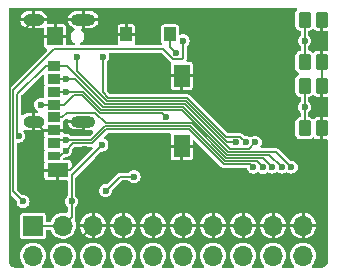
<source format=gbr>
%TF.GenerationSoftware,KiCad,Pcbnew,8.0.4*%
%TF.CreationDate,2024-07-26T12:29:51+01:00*%
%TF.ProjectId,beeb_wifiport,62656562-5f77-4696-9669-706f72742e6b,rev?*%
%TF.SameCoordinates,Original*%
%TF.FileFunction,Copper,L2,Bot*%
%TF.FilePolarity,Positive*%
%FSLAX46Y46*%
G04 Gerber Fmt 4.6, Leading zero omitted, Abs format (unit mm)*
G04 Created by KiCad (PCBNEW 8.0.4) date 2024-07-26 12:29:51*
%MOMM*%
%LPD*%
G01*
G04 APERTURE LIST*
G04 Aperture macros list*
%AMRoundRect*
0 Rectangle with rounded corners*
0 $1 Rounding radius*
0 $2 $3 $4 $5 $6 $7 $8 $9 X,Y pos of 4 corners*
0 Add a 4 corners polygon primitive as box body*
4,1,4,$2,$3,$4,$5,$6,$7,$8,$9,$2,$3,0*
0 Add four circle primitives for the rounded corners*
1,1,$1+$1,$2,$3*
1,1,$1+$1,$4,$5*
1,1,$1+$1,$6,$7*
1,1,$1+$1,$8,$9*
0 Add four rect primitives between the rounded corners*
20,1,$1+$1,$2,$3,$4,$5,0*
20,1,$1+$1,$4,$5,$6,$7,0*
20,1,$1+$1,$6,$7,$8,$9,0*
20,1,$1+$1,$8,$9,$2,$3,0*%
G04 Aperture macros list end*
%TA.AperFunction,ComponentPad*%
%ADD10O,2.100000X1.000000*%
%TD*%
%TA.AperFunction,ComponentPad*%
%ADD11O,1.800000X1.000000*%
%TD*%
%TA.AperFunction,ComponentPad*%
%ADD12R,1.700000X1.700000*%
%TD*%
%TA.AperFunction,ComponentPad*%
%ADD13O,1.700000X1.700000*%
%TD*%
%TA.AperFunction,SMDPad,CuDef*%
%ADD14RoundRect,0.250000X-0.275000X0.450000X-0.275000X-0.450000X0.275000X-0.450000X0.275000X0.450000X0*%
%TD*%
%TA.AperFunction,SMDPad,CuDef*%
%ADD15R,1.100000X0.850000*%
%TD*%
%TA.AperFunction,SMDPad,CuDef*%
%ADD16R,1.100000X0.750000*%
%TD*%
%TA.AperFunction,SMDPad,CuDef*%
%ADD17R,1.000000X1.200000*%
%TD*%
%TA.AperFunction,SMDPad,CuDef*%
%ADD18R,1.350000X1.550000*%
%TD*%
%TA.AperFunction,SMDPad,CuDef*%
%ADD19R,1.350000X1.900000*%
%TD*%
%TA.AperFunction,SMDPad,CuDef*%
%ADD20R,1.800000X1.170000*%
%TD*%
%TA.AperFunction,ViaPad*%
%ADD21C,0.600000*%
%TD*%
%TA.AperFunction,Conductor*%
%ADD22C,0.152400*%
%TD*%
%TA.AperFunction,Conductor*%
%ADD23C,0.127000*%
%TD*%
G04 APERTURE END LIST*
D10*
%TO.P,J2,S1,SHIELD*%
%TO.N,GND*%
X142792496Y-92503818D03*
D11*
X138612496Y-92503818D03*
D10*
X142792496Y-101143818D03*
D11*
X138612496Y-101143818D03*
%TD*%
D12*
%TO.P,J1,1,Pin_1*%
%TO.N,+5V_BBC*%
X138550000Y-109960000D03*
D13*
%TO.P,J1,2,Pin_2*%
%TO.N,unconnected-(J1-Pin_2-Pad2)*%
X138550000Y-112500000D03*
%TO.P,J1,3,Pin_3*%
%TO.N,+5V_BBC*%
X141090000Y-109960000D03*
%TO.P,J1,4,Pin_4*%
%TO.N,unconnected-(J1-Pin_4-Pad4)*%
X141090000Y-112500000D03*
%TO.P,J1,5,Pin_5*%
%TO.N,GND*%
X143630000Y-109960000D03*
%TO.P,J1,6,Pin_6*%
%TO.N,Net-(J1-Pin_6)*%
X143630000Y-112500000D03*
%TO.P,J1,7,Pin_7*%
%TO.N,GND*%
X146170000Y-109960000D03*
%TO.P,J1,8,Pin_8*%
%TO.N,Net-(J1-Pin_8)*%
X146170000Y-112500000D03*
%TO.P,J1,9,Pin_9*%
%TO.N,GND*%
X148710000Y-109960000D03*
%TO.P,J1,10,Pin_10*%
%TO.N,unconnected-(J1-Pin_10-Pad10)*%
X148710000Y-112500000D03*
%TO.P,J1,11,Pin_11*%
%TO.N,GND*%
X151250000Y-109960000D03*
%TO.P,J1,12,Pin_12*%
%TO.N,unconnected-(J1-Pin_12-Pad12)*%
X151250000Y-112500000D03*
%TO.P,J1,13,Pin_13*%
%TO.N,GND*%
X153790000Y-109960000D03*
%TO.P,J1,14,Pin_14*%
%TO.N,unconnected-(J1-Pin_14-Pad14)*%
X153790000Y-112500000D03*
%TO.P,J1,15,Pin_15*%
%TO.N,GND*%
X156330000Y-109960000D03*
%TO.P,J1,16,Pin_16*%
%TO.N,unconnected-(J1-Pin_16-Pad16)*%
X156330000Y-112500000D03*
%TO.P,J1,17,Pin_17*%
%TO.N,GND*%
X158870000Y-109960000D03*
%TO.P,J1,18,Pin_18*%
%TO.N,Net-(J1-Pin_18)*%
X158870000Y-112500000D03*
%TO.P,J1,19,Pin_19*%
%TO.N,GND*%
X161410000Y-109960000D03*
%TO.P,J1,20,Pin_20*%
%TO.N,Net-(J1-Pin_20)*%
X161410000Y-112500000D03*
%TD*%
D14*
%TO.P,SW1,1,1*%
%TO.N,/RESET*%
X161530000Y-92500000D03*
X161530000Y-96100000D03*
%TO.P,SW1,2,2*%
%TO.N,GND*%
X162970000Y-92500000D03*
X162970000Y-96100000D03*
%TD*%
D15*
%TO.P,J3,1,DAT2*%
%TO.N,/SD_D2*%
X140300000Y-96395000D03*
%TO.P,J3,2,DAT3/CD*%
%TO.N,/SD_D3*%
X140300000Y-97495000D03*
%TO.P,J3,3,CMD*%
%TO.N,/SD_CMD*%
X140300000Y-98595000D03*
%TO.P,J3,4,VDD*%
%TO.N,+3.3V*%
X140300000Y-99695000D03*
%TO.P,J3,5,CLK*%
%TO.N,/SD_CLK*%
X140300000Y-100795000D03*
%TO.P,J3,6,VSS*%
%TO.N,GND*%
X140300000Y-101895000D03*
%TO.P,J3,7,DAT0*%
%TO.N,/SD_D0*%
X140300000Y-102995000D03*
D16*
%TO.P,J3,8,DAT1*%
%TO.N,/SD_D1*%
X140300000Y-104045000D03*
D17*
%TO.P,J3,9,DET_B*%
%TO.N,GND*%
X146450000Y-93760000D03*
%TO.P,J3,10,DET_A*%
%TO.N,/SD_DET*%
X150150000Y-93760000D03*
D18*
%TO.P,J3,11,SHIELD*%
%TO.N,GND*%
X140425000Y-93935000D03*
D19*
X151125000Y-97260000D03*
X151125000Y-103230000D03*
D20*
X140650000Y-105255000D03*
%TD*%
D14*
%TO.P,SW2,1,1*%
%TO.N,/BOOT*%
X161530000Y-98100000D03*
X161530000Y-101700000D03*
%TO.P,SW2,2,2*%
%TO.N,GND*%
X162970000Y-98100000D03*
X162970000Y-101700000D03*
%TD*%
D21*
%TO.N,GND*%
X149650000Y-105400000D03*
X158300000Y-93300000D03*
X154900000Y-99300000D03*
X153200000Y-93300000D03*
X161850000Y-105400000D03*
X157400000Y-98450000D03*
X147800000Y-92300000D03*
X154900000Y-97650000D03*
X147150000Y-98050000D03*
X151500000Y-93300000D03*
X158200000Y-95049997D03*
X155750000Y-100150000D03*
X154100000Y-98450000D03*
X154900000Y-93300000D03*
X156550000Y-97650000D03*
X142900000Y-103500000D03*
X155750000Y-98450000D03*
X138680000Y-107906542D03*
X154100000Y-100150000D03*
X160000000Y-93300000D03*
X154900000Y-100950000D03*
X156550000Y-99350000D03*
X156600000Y-93300000D03*
X157400000Y-100150000D03*
X156550000Y-100950000D03*
%TO.N,+3.3V*%
X149800004Y-100763500D03*
X147100000Y-105800006D03*
X144700000Y-107000008D03*
X139200000Y-99700000D03*
%TO.N,/RESET*%
X137700000Y-107906542D03*
X151250000Y-94300000D03*
X161530000Y-94299996D03*
%TO.N,/USB_D+*%
X144448757Y-95674703D03*
X156550000Y-102900000D03*
%TO.N,/USB_D-*%
X142300000Y-95700000D03*
X155750000Y-102900000D03*
%TO.N,/SD_CMD*%
X159600000Y-104999480D03*
X141300000Y-98595000D03*
%TO.N,/SD_D2*%
X137333400Y-102375000D03*
X157350000Y-102900000D03*
%TO.N,/SD_D3*%
X160400000Y-105000000D03*
X141300006Y-97495000D03*
%TO.N,/SD_D0*%
X141300006Y-102700000D03*
X158000000Y-105002323D03*
%TO.N,/SD_DET*%
X150650000Y-95300000D03*
%TO.N,/SD_D1*%
X141299986Y-103600000D03*
X157199996Y-104999996D03*
%TO.N,/SD_CLK*%
X158800000Y-105000000D03*
%TO.N,/BOOT*%
X161530000Y-99900000D03*
%TO.N,+5V_BBC*%
X141800000Y-107900000D03*
X144375000Y-103125000D03*
%TD*%
D22*
%TO.N,GND*%
X152600000Y-97000000D02*
X152340000Y-97260000D01*
X151125000Y-104525000D02*
X151125000Y-103230000D01*
X140425000Y-93935000D02*
X140425000Y-92528818D01*
X138680000Y-107900000D02*
X138680000Y-107920000D01*
X136576200Y-94540114D02*
X136576200Y-111126200D01*
X140650000Y-105255000D02*
X141645000Y-105255000D01*
D23*
X158200000Y-95049997D02*
X157500003Y-95049997D01*
D22*
X150176346Y-105473654D02*
X151125000Y-104525000D01*
X151125000Y-97260000D02*
X154510000Y-97260000D01*
X141645000Y-105255000D02*
X142900000Y-104000000D01*
X149576346Y-105473654D02*
X150176346Y-105473654D01*
X154510000Y-97260000D02*
X154900000Y-97650000D01*
X136576200Y-109673800D02*
X136576200Y-109976200D01*
X138612496Y-92503818D02*
X140450000Y-92503818D01*
D23*
X140300000Y-101895000D02*
X139363678Y-101895000D01*
D22*
X136576200Y-111126200D02*
X136700000Y-111250000D01*
X149576346Y-105473654D02*
X151250000Y-107147308D01*
X147596182Y-92503818D02*
X147800000Y-92300000D01*
D23*
X162970000Y-101700000D02*
X162970000Y-102730000D01*
D22*
X146170000Y-109960000D02*
X161410000Y-109960000D01*
D23*
X162970000Y-96100000D02*
X162970000Y-101700000D01*
X142792496Y-101792496D02*
X142792496Y-101143818D01*
D22*
X146450000Y-92803818D02*
X146750000Y-92503818D01*
X142900000Y-104000000D02*
X142900000Y-103500000D01*
D23*
X157500003Y-95049997D02*
X154900000Y-97650000D01*
D22*
X138612496Y-92503818D02*
X136576200Y-94540114D01*
X142340000Y-111250000D02*
X143630000Y-109960000D01*
D23*
X142689992Y-101895000D02*
X142792496Y-101792496D01*
D22*
X138000000Y-108600000D02*
X137650000Y-108600000D01*
D23*
X160550000Y-103300000D02*
X154900000Y-97650000D01*
X140300000Y-101895000D02*
X142689992Y-101895000D01*
D22*
X146170000Y-109960000D02*
X143630000Y-109960000D01*
D23*
X162400000Y-103300000D02*
X160550000Y-103300000D01*
D22*
X150500000Y-92300000D02*
X152600000Y-94400000D01*
X140425000Y-92528818D02*
X140450000Y-92503818D01*
X152600000Y-94400000D02*
X152600000Y-97000000D01*
X146750000Y-92503818D02*
X147596182Y-92503818D01*
X151250000Y-107147308D02*
X151250000Y-109960000D01*
X147150000Y-98050000D02*
X147940000Y-97260000D01*
X146450000Y-93760000D02*
X146450000Y-92803818D01*
X147800000Y-92300000D02*
X150500000Y-92300000D01*
D23*
X162970000Y-102730000D02*
X162400000Y-103300000D01*
D22*
X142792496Y-92503818D02*
X147596182Y-92503818D01*
X137650000Y-108600000D02*
X136576200Y-109673800D01*
X136700000Y-111250000D02*
X142340000Y-111250000D01*
X147940000Y-97260000D02*
X151125000Y-97260000D01*
X138680000Y-107920000D02*
X138000000Y-108600000D01*
X140450000Y-92503818D02*
X142792496Y-92503818D01*
X152340000Y-97260000D02*
X151125000Y-97260000D01*
D23*
X139363678Y-101895000D02*
X138612496Y-101143818D01*
X162970000Y-92500000D02*
X162970000Y-96100000D01*
D22*
%TO.N,+3.3V*%
X144200000Y-100400000D02*
X149436504Y-100400000D01*
X142700000Y-98900000D02*
X144200000Y-100400000D01*
X145900002Y-105800006D02*
X147100000Y-105800006D01*
X141990000Y-98900000D02*
X142700000Y-98900000D01*
X140295000Y-99700000D02*
X140300000Y-99695000D01*
X140300000Y-99695000D02*
X141195000Y-99695000D01*
X139200000Y-99700000D02*
X140295000Y-99700000D01*
X141195000Y-99695000D02*
X141990000Y-98900000D01*
X144700000Y-107000008D02*
X145900002Y-105800006D01*
X149436504Y-100400000D02*
X149800004Y-100763500D01*
D23*
%TO.N,/RESET*%
X140339000Y-95000000D02*
X136842900Y-98496100D01*
X136842900Y-98496100D02*
X136842900Y-107049442D01*
X151250000Y-95740500D02*
X151140500Y-95850000D01*
X161530000Y-96100000D02*
X161530000Y-94299996D01*
X161530000Y-92500000D02*
X161530000Y-94299996D01*
X150400000Y-95850000D02*
X149550000Y-95000000D01*
X149550000Y-95000000D02*
X140339000Y-95000000D01*
X151140500Y-95850000D02*
X150400000Y-95850000D01*
X151250000Y-94300000D02*
X151250000Y-95740500D01*
X136842900Y-107049442D02*
X137700000Y-107906542D01*
%TO.N,/USB_D+*%
X151581770Y-99117300D02*
X144917300Y-99117300D01*
X156550000Y-102900000D02*
X156059500Y-102409500D01*
X156059500Y-102409500D02*
X154873970Y-102409500D01*
X144448757Y-98648757D02*
X144448757Y-95674703D01*
X154873970Y-102409500D02*
X151581770Y-99117300D01*
X144917300Y-99117300D02*
X144448757Y-98648757D01*
%TO.N,/USB_D-*%
X151476560Y-99371300D02*
X144771300Y-99371300D01*
X155750000Y-102900000D02*
X155005260Y-102900000D01*
X155005260Y-102900000D02*
X151476560Y-99371300D01*
X144771300Y-99371300D02*
X142300000Y-96900000D01*
X142300000Y-96900000D02*
X142300000Y-95700000D01*
%TO.N,/SD_CMD*%
X140300000Y-98595000D02*
X141300000Y-98595000D01*
X151160930Y-100133300D02*
X144333300Y-100133300D01*
X154989630Y-103962000D02*
X151160930Y-100133300D01*
X144333300Y-100133300D02*
X142795000Y-98595000D01*
X142795000Y-98595000D02*
X141300000Y-98595000D01*
X158562520Y-103962000D02*
X154989630Y-103962000D01*
X159600000Y-104999480D02*
X158562520Y-103962000D01*
%TO.N,/SD_D2*%
X137217196Y-98800804D02*
X139623000Y-96395000D01*
X156800000Y-103450000D02*
X155196050Y-103450000D01*
X139623000Y-96395000D02*
X140300000Y-96395000D01*
X141395000Y-96395000D02*
X140300000Y-96395000D01*
X157350000Y-102900000D02*
X156800000Y-103450000D01*
X155196050Y-103450000D02*
X151371350Y-99625300D01*
X137217196Y-102258796D02*
X137217196Y-98800804D01*
X137333400Y-102375000D02*
X137217196Y-102258796D01*
X151371350Y-99625300D02*
X144625300Y-99625300D01*
X144625300Y-99625300D02*
X141395000Y-96395000D01*
%TO.N,/SD_D3*%
X141454605Y-97595395D02*
X141354210Y-97495000D01*
X159104000Y-103704000D02*
X160400000Y-105000000D01*
X144479300Y-99879300D02*
X151266140Y-99879300D01*
X155090840Y-103704000D02*
X159104000Y-103704000D01*
X141354210Y-97495000D02*
X141300006Y-97495000D01*
X142095000Y-97495000D02*
X144479300Y-99879300D01*
X151266140Y-99879300D02*
X155090840Y-103704000D01*
X140300000Y-97495000D02*
X142095000Y-97495000D01*
%TO.N,/SD_D0*%
X142050000Y-102700000D02*
X141300006Y-102700000D01*
X140595000Y-102700000D02*
X140300000Y-102995000D01*
X144594790Y-101546000D02*
X151855210Y-101546000D01*
X142050000Y-102700000D02*
X143440790Y-102700000D01*
X142050000Y-102700000D02*
X140595000Y-102700000D01*
X154779210Y-104470000D02*
X157467677Y-104470000D01*
X143440790Y-102700000D02*
X144594790Y-101546000D01*
X157467677Y-104470000D02*
X158000000Y-105002323D01*
X151855210Y-101546000D02*
X154779210Y-104470000D01*
%TO.N,/SD_DET*%
X150150000Y-94800000D02*
X150150000Y-93760000D01*
X150650000Y-95300000D02*
X150150000Y-94800000D01*
%TO.N,/SD_D1*%
X141945986Y-102954000D02*
X141299986Y-103600000D01*
X156924000Y-104724000D02*
X154674000Y-104724000D01*
X140300000Y-104045000D02*
X140854986Y-104045000D01*
X157199996Y-104999996D02*
X156924000Y-104724000D01*
X143546000Y-102954000D02*
X141945986Y-102954000D01*
X154674000Y-104724000D02*
X151750000Y-101800000D01*
X140854986Y-104045000D02*
X141299986Y-103600000D01*
X151750000Y-101800000D02*
X144700000Y-101800000D01*
X144700000Y-101800000D02*
X143546000Y-102954000D01*
%TO.N,/SD_CLK*%
X140300000Y-100795000D02*
X140977000Y-100795000D01*
X141386082Y-100385918D02*
X143808748Y-100385918D01*
X151960420Y-101292000D02*
X154884420Y-104216000D01*
X143808748Y-100385918D02*
X144714830Y-101292000D01*
X154884420Y-104216000D02*
X158016000Y-104216000D01*
X144714830Y-101292000D02*
X151960420Y-101292000D01*
X158016000Y-104216000D02*
X158800000Y-105000000D01*
X140977000Y-100795000D02*
X141386082Y-100385918D01*
%TO.N,/BOOT*%
X161530000Y-99900000D02*
X161530000Y-101700000D01*
X161530000Y-98100000D02*
X161530000Y-99900000D01*
X161580000Y-101650000D02*
X161530000Y-101700000D01*
X161530000Y-98100000D02*
X161580000Y-98150000D01*
D22*
%TO.N,+5V_BBC*%
X141800000Y-109180000D02*
X141800000Y-107900000D01*
X141800000Y-105700000D02*
X141800000Y-107900000D01*
X141090000Y-109960000D02*
X141090000Y-109890000D01*
X141090000Y-109890000D02*
X141800000Y-109180000D01*
X144375000Y-103125000D02*
X141800000Y-105700000D01*
X138550000Y-109960000D02*
X141090000Y-109960000D01*
%TD*%
%TA.AperFunction,Conductor*%
%TO.N,GND*%
G36*
X160860842Y-91519685D02*
G01*
X160906597Y-91572489D01*
X160916541Y-91641647D01*
X160893069Y-91698311D01*
X160811206Y-91807664D01*
X160811202Y-91807671D01*
X160760908Y-91942517D01*
X160754501Y-92002116D01*
X160754500Y-92002135D01*
X160754500Y-92997870D01*
X160754501Y-92997876D01*
X160760908Y-93057483D01*
X160811202Y-93192328D01*
X160811206Y-93192335D01*
X160897452Y-93307544D01*
X160897455Y-93307547D01*
X161012664Y-93393793D01*
X161012673Y-93393798D01*
X161075000Y-93417044D01*
X161135332Y-93439546D01*
X161191266Y-93481416D01*
X161215684Y-93546880D01*
X161216000Y-93555728D01*
X161216000Y-93785896D01*
X161196315Y-93852935D01*
X161167487Y-93884271D01*
X161137382Y-93907371D01*
X161049137Y-94022373D01*
X160993671Y-94156283D01*
X160993670Y-94156287D01*
X160974750Y-94299995D01*
X160974750Y-94299996D01*
X160993670Y-94443704D01*
X160993671Y-94443708D01*
X161049137Y-94577618D01*
X161049138Y-94577620D01*
X161049139Y-94577621D01*
X161137379Y-94692617D01*
X161167486Y-94715719D01*
X161208689Y-94772145D01*
X161216000Y-94814094D01*
X161216000Y-95044271D01*
X161196315Y-95111310D01*
X161143511Y-95157065D01*
X161135333Y-95160453D01*
X161012671Y-95206202D01*
X161012664Y-95206206D01*
X160897455Y-95292452D01*
X160897452Y-95292455D01*
X160811206Y-95407664D01*
X160811202Y-95407671D01*
X160760908Y-95542517D01*
X160754501Y-95602116D01*
X160754500Y-95602135D01*
X160754500Y-96597870D01*
X160754501Y-96597876D01*
X160760908Y-96657483D01*
X160811202Y-96792328D01*
X160811206Y-96792335D01*
X160897452Y-96907544D01*
X160897455Y-96907547D01*
X161019769Y-96999112D01*
X161018070Y-97001381D01*
X161057264Y-97040580D01*
X161072111Y-97108854D01*
X161047690Y-97174317D01*
X161018689Y-97199445D01*
X161019769Y-97200888D01*
X160897455Y-97292452D01*
X160897452Y-97292455D01*
X160811206Y-97407664D01*
X160811202Y-97407671D01*
X160760908Y-97542517D01*
X160754501Y-97602116D01*
X160754500Y-97602135D01*
X160754500Y-98597870D01*
X160754501Y-98597876D01*
X160760908Y-98657483D01*
X160811202Y-98792328D01*
X160811206Y-98792335D01*
X160897452Y-98907544D01*
X160897455Y-98907547D01*
X161012664Y-98993793D01*
X161012673Y-98993798D01*
X161090416Y-99022793D01*
X161135332Y-99039546D01*
X161191266Y-99081416D01*
X161215684Y-99146880D01*
X161216000Y-99155728D01*
X161216000Y-99385900D01*
X161196315Y-99452939D01*
X161167487Y-99484275D01*
X161137382Y-99507375D01*
X161049137Y-99622377D01*
X160993671Y-99756287D01*
X160993670Y-99756291D01*
X160974750Y-99900000D01*
X160990772Y-100021700D01*
X160993670Y-100043708D01*
X160993671Y-100043712D01*
X161049137Y-100177622D01*
X161049138Y-100177624D01*
X161049139Y-100177625D01*
X161137379Y-100292621D01*
X161167486Y-100315723D01*
X161208689Y-100372149D01*
X161216000Y-100414098D01*
X161216000Y-100644271D01*
X161196315Y-100711310D01*
X161143511Y-100757065D01*
X161135333Y-100760453D01*
X161012671Y-100806202D01*
X161012664Y-100806206D01*
X160897455Y-100892452D01*
X160897452Y-100892455D01*
X160811206Y-101007664D01*
X160811202Y-101007671D01*
X160760908Y-101142517D01*
X160754501Y-101202116D01*
X160754500Y-101202135D01*
X160754500Y-102197870D01*
X160754501Y-102197876D01*
X160760908Y-102257483D01*
X160811202Y-102392328D01*
X160811206Y-102392335D01*
X160897452Y-102507544D01*
X160897455Y-102507547D01*
X161012664Y-102593793D01*
X161012671Y-102593797D01*
X161057618Y-102610561D01*
X161147517Y-102644091D01*
X161207127Y-102650500D01*
X161852872Y-102650499D01*
X161912483Y-102644091D01*
X162047331Y-102593796D01*
X162162546Y-102507546D01*
X162162548Y-102507542D01*
X162162676Y-102507416D01*
X162162839Y-102507326D01*
X162169645Y-102502232D01*
X162170377Y-102503210D01*
X162223999Y-102473931D01*
X162293691Y-102478915D01*
X162330291Y-102502437D01*
X162330712Y-102501875D01*
X162452906Y-102593350D01*
X162452913Y-102593354D01*
X162587620Y-102643596D01*
X162587627Y-102643598D01*
X162647155Y-102649999D01*
X162647172Y-102650000D01*
X162845000Y-102650000D01*
X162845000Y-100750000D01*
X162647155Y-100750000D01*
X162587627Y-100756401D01*
X162587620Y-100756403D01*
X162452913Y-100806645D01*
X162452906Y-100806649D01*
X162330712Y-100898125D01*
X162329893Y-100897031D01*
X162276715Y-100926069D01*
X162207023Y-100921085D01*
X162170001Y-100897291D01*
X162169645Y-100897768D01*
X162162987Y-100892784D01*
X162162676Y-100892584D01*
X162162544Y-100892452D01*
X162047335Y-100806206D01*
X162047328Y-100806202D01*
X161924667Y-100760453D01*
X161868733Y-100718582D01*
X161844316Y-100653118D01*
X161844000Y-100644271D01*
X161844000Y-100414098D01*
X161863685Y-100347059D01*
X161892511Y-100315724D01*
X161922621Y-100292621D01*
X162010861Y-100177625D01*
X162066330Y-100043709D01*
X162085250Y-99900000D01*
X162066330Y-99756291D01*
X162010861Y-99622375D01*
X161922621Y-99507379D01*
X161922618Y-99507377D01*
X161922617Y-99507375D01*
X161892513Y-99484275D01*
X161851310Y-99427847D01*
X161844000Y-99385900D01*
X161844000Y-99155728D01*
X161863685Y-99088689D01*
X161916489Y-99042934D01*
X161924660Y-99039548D01*
X162047331Y-98993796D01*
X162162546Y-98907546D01*
X162162548Y-98907542D01*
X162162676Y-98907416D01*
X162162839Y-98907326D01*
X162169645Y-98902232D01*
X162170377Y-98903210D01*
X162223999Y-98873931D01*
X162293691Y-98878915D01*
X162330291Y-98902437D01*
X162330712Y-98901875D01*
X162452906Y-98993350D01*
X162452913Y-98993354D01*
X162587620Y-99043596D01*
X162587627Y-99043598D01*
X162647155Y-99049999D01*
X162647172Y-99050000D01*
X162845000Y-99050000D01*
X162845000Y-98099000D01*
X162864685Y-98031961D01*
X162917489Y-97986206D01*
X162969000Y-97975000D01*
X162971000Y-97975000D01*
X163038039Y-97994685D01*
X163083794Y-98047489D01*
X163095000Y-98099000D01*
X163095000Y-99050000D01*
X163292828Y-99050000D01*
X163292844Y-99049999D01*
X163360087Y-99042769D01*
X163360390Y-99045592D01*
X163416738Y-99048606D01*
X163473415Y-99089465D01*
X163499005Y-99154480D01*
X163499500Y-99165548D01*
X163499500Y-100634451D01*
X163479815Y-100701490D01*
X163427011Y-100747245D01*
X163360126Y-100756862D01*
X163360087Y-100757231D01*
X163358641Y-100757075D01*
X163357853Y-100757189D01*
X163355436Y-100756730D01*
X163292844Y-100750000D01*
X163095000Y-100750000D01*
X163095000Y-102650000D01*
X163292828Y-102650000D01*
X163292844Y-102649999D01*
X163360087Y-102642769D01*
X163360390Y-102645592D01*
X163416738Y-102648606D01*
X163473415Y-102689465D01*
X163499005Y-102754480D01*
X163499500Y-102765548D01*
X163499500Y-112993038D01*
X163498720Y-113006923D01*
X163488540Y-113097264D01*
X163482362Y-113124333D01*
X163454648Y-113203537D01*
X163442600Y-113228555D01*
X163397957Y-113299604D01*
X163380644Y-113321313D01*
X163321313Y-113380644D01*
X163299604Y-113397957D01*
X163228555Y-113442600D01*
X163203537Y-113454648D01*
X163124333Y-113482362D01*
X163097264Y-113488540D01*
X163017075Y-113497576D01*
X163006921Y-113498720D01*
X162993038Y-113499500D01*
X162267210Y-113499500D01*
X162200171Y-113479815D01*
X162154416Y-113427011D01*
X162144472Y-113357853D01*
X162173497Y-113294297D01*
X162183672Y-113283863D01*
X162226762Y-113244581D01*
X162226764Y-113244579D01*
X162349673Y-113081821D01*
X162440582Y-112899250D01*
X162496397Y-112703083D01*
X162515215Y-112500000D01*
X162496397Y-112296917D01*
X162440582Y-112100750D01*
X162349673Y-111918179D01*
X162226764Y-111755421D01*
X162226762Y-111755418D01*
X162076041Y-111618019D01*
X162076039Y-111618017D01*
X161902642Y-111510655D01*
X161902635Y-111510651D01*
X161807546Y-111473814D01*
X161712456Y-111436976D01*
X161511976Y-111399500D01*
X161308024Y-111399500D01*
X161107544Y-111436976D01*
X161107541Y-111436976D01*
X161107541Y-111436977D01*
X160917364Y-111510651D01*
X160917357Y-111510655D01*
X160743960Y-111618017D01*
X160743958Y-111618019D01*
X160593237Y-111755418D01*
X160470327Y-111918178D01*
X160379422Y-112100739D01*
X160379417Y-112100752D01*
X160323602Y-112296917D01*
X160304785Y-112499999D01*
X160304785Y-112500000D01*
X160323602Y-112703082D01*
X160379417Y-112899247D01*
X160379422Y-112899260D01*
X160470327Y-113081821D01*
X160593237Y-113244581D01*
X160636328Y-113283863D01*
X160672610Y-113343574D01*
X160670849Y-113413422D01*
X160631606Y-113471229D01*
X160567339Y-113498644D01*
X160552790Y-113499500D01*
X159727210Y-113499500D01*
X159660171Y-113479815D01*
X159614416Y-113427011D01*
X159604472Y-113357853D01*
X159633497Y-113294297D01*
X159643672Y-113283863D01*
X159686762Y-113244581D01*
X159686764Y-113244579D01*
X159809673Y-113081821D01*
X159900582Y-112899250D01*
X159956397Y-112703083D01*
X159975215Y-112500000D01*
X159956397Y-112296917D01*
X159900582Y-112100750D01*
X159809673Y-111918179D01*
X159686764Y-111755421D01*
X159686762Y-111755418D01*
X159536041Y-111618019D01*
X159536039Y-111618017D01*
X159362642Y-111510655D01*
X159362635Y-111510651D01*
X159267546Y-111473814D01*
X159172456Y-111436976D01*
X158971976Y-111399500D01*
X158768024Y-111399500D01*
X158567544Y-111436976D01*
X158567541Y-111436976D01*
X158567541Y-111436977D01*
X158377364Y-111510651D01*
X158377357Y-111510655D01*
X158203960Y-111618017D01*
X158203958Y-111618019D01*
X158053237Y-111755418D01*
X157930327Y-111918178D01*
X157839422Y-112100739D01*
X157839417Y-112100752D01*
X157783602Y-112296917D01*
X157764785Y-112499999D01*
X157764785Y-112500000D01*
X157783602Y-112703082D01*
X157839417Y-112899247D01*
X157839422Y-112899260D01*
X157930327Y-113081821D01*
X158053237Y-113244581D01*
X158096328Y-113283863D01*
X158132610Y-113343574D01*
X158130849Y-113413422D01*
X158091606Y-113471229D01*
X158027339Y-113498644D01*
X158012790Y-113499500D01*
X157187210Y-113499500D01*
X157120171Y-113479815D01*
X157074416Y-113427011D01*
X157064472Y-113357853D01*
X157093497Y-113294297D01*
X157103672Y-113283863D01*
X157146762Y-113244581D01*
X157146764Y-113244579D01*
X157269673Y-113081821D01*
X157360582Y-112899250D01*
X157416397Y-112703083D01*
X157435215Y-112500000D01*
X157416397Y-112296917D01*
X157360582Y-112100750D01*
X157269673Y-111918179D01*
X157146764Y-111755421D01*
X157146762Y-111755418D01*
X156996041Y-111618019D01*
X156996039Y-111618017D01*
X156822642Y-111510655D01*
X156822635Y-111510651D01*
X156727546Y-111473814D01*
X156632456Y-111436976D01*
X156431976Y-111399500D01*
X156228024Y-111399500D01*
X156027544Y-111436976D01*
X156027541Y-111436976D01*
X156027541Y-111436977D01*
X155837364Y-111510651D01*
X155837357Y-111510655D01*
X155663960Y-111618017D01*
X155663958Y-111618019D01*
X155513237Y-111755418D01*
X155390327Y-111918178D01*
X155299422Y-112100739D01*
X155299417Y-112100752D01*
X155243602Y-112296917D01*
X155224785Y-112499999D01*
X155224785Y-112500000D01*
X155243602Y-112703082D01*
X155299417Y-112899247D01*
X155299422Y-112899260D01*
X155390327Y-113081821D01*
X155513237Y-113244581D01*
X155556328Y-113283863D01*
X155592610Y-113343574D01*
X155590849Y-113413422D01*
X155551606Y-113471229D01*
X155487339Y-113498644D01*
X155472790Y-113499500D01*
X154647210Y-113499500D01*
X154580171Y-113479815D01*
X154534416Y-113427011D01*
X154524472Y-113357853D01*
X154553497Y-113294297D01*
X154563672Y-113283863D01*
X154606762Y-113244581D01*
X154606764Y-113244579D01*
X154729673Y-113081821D01*
X154820582Y-112899250D01*
X154876397Y-112703083D01*
X154895215Y-112500000D01*
X154876397Y-112296917D01*
X154820582Y-112100750D01*
X154729673Y-111918179D01*
X154606764Y-111755421D01*
X154606762Y-111755418D01*
X154456041Y-111618019D01*
X154456039Y-111618017D01*
X154282642Y-111510655D01*
X154282635Y-111510651D01*
X154187546Y-111473814D01*
X154092456Y-111436976D01*
X153891976Y-111399500D01*
X153688024Y-111399500D01*
X153487544Y-111436976D01*
X153487541Y-111436976D01*
X153487541Y-111436977D01*
X153297364Y-111510651D01*
X153297357Y-111510655D01*
X153123960Y-111618017D01*
X153123958Y-111618019D01*
X152973237Y-111755418D01*
X152850327Y-111918178D01*
X152759422Y-112100739D01*
X152759417Y-112100752D01*
X152703602Y-112296917D01*
X152684785Y-112499999D01*
X152684785Y-112500000D01*
X152703602Y-112703082D01*
X152759417Y-112899247D01*
X152759422Y-112899260D01*
X152850327Y-113081821D01*
X152973237Y-113244581D01*
X153016328Y-113283863D01*
X153052610Y-113343574D01*
X153050849Y-113413422D01*
X153011606Y-113471229D01*
X152947339Y-113498644D01*
X152932790Y-113499500D01*
X152107210Y-113499500D01*
X152040171Y-113479815D01*
X151994416Y-113427011D01*
X151984472Y-113357853D01*
X152013497Y-113294297D01*
X152023672Y-113283863D01*
X152066762Y-113244581D01*
X152066764Y-113244579D01*
X152189673Y-113081821D01*
X152280582Y-112899250D01*
X152336397Y-112703083D01*
X152355215Y-112500000D01*
X152336397Y-112296917D01*
X152280582Y-112100750D01*
X152189673Y-111918179D01*
X152066764Y-111755421D01*
X152066762Y-111755418D01*
X151916041Y-111618019D01*
X151916039Y-111618017D01*
X151742642Y-111510655D01*
X151742635Y-111510651D01*
X151647546Y-111473814D01*
X151552456Y-111436976D01*
X151351976Y-111399500D01*
X151148024Y-111399500D01*
X150947544Y-111436976D01*
X150947541Y-111436976D01*
X150947541Y-111436977D01*
X150757364Y-111510651D01*
X150757357Y-111510655D01*
X150583960Y-111618017D01*
X150583958Y-111618019D01*
X150433237Y-111755418D01*
X150310327Y-111918178D01*
X150219422Y-112100739D01*
X150219417Y-112100752D01*
X150163602Y-112296917D01*
X150144785Y-112499999D01*
X150144785Y-112500000D01*
X150163602Y-112703082D01*
X150219417Y-112899247D01*
X150219422Y-112899260D01*
X150310327Y-113081821D01*
X150433237Y-113244581D01*
X150476328Y-113283863D01*
X150512610Y-113343574D01*
X150510849Y-113413422D01*
X150471606Y-113471229D01*
X150407339Y-113498644D01*
X150392790Y-113499500D01*
X149567210Y-113499500D01*
X149500171Y-113479815D01*
X149454416Y-113427011D01*
X149444472Y-113357853D01*
X149473497Y-113294297D01*
X149483672Y-113283863D01*
X149526762Y-113244581D01*
X149526764Y-113244579D01*
X149649673Y-113081821D01*
X149740582Y-112899250D01*
X149796397Y-112703083D01*
X149815215Y-112500000D01*
X149796397Y-112296917D01*
X149740582Y-112100750D01*
X149649673Y-111918179D01*
X149526764Y-111755421D01*
X149526762Y-111755418D01*
X149376041Y-111618019D01*
X149376039Y-111618017D01*
X149202642Y-111510655D01*
X149202635Y-111510651D01*
X149107546Y-111473814D01*
X149012456Y-111436976D01*
X148811976Y-111399500D01*
X148608024Y-111399500D01*
X148407544Y-111436976D01*
X148407541Y-111436976D01*
X148407541Y-111436977D01*
X148217364Y-111510651D01*
X148217357Y-111510655D01*
X148043960Y-111618017D01*
X148043958Y-111618019D01*
X147893237Y-111755418D01*
X147770327Y-111918178D01*
X147679422Y-112100739D01*
X147679417Y-112100752D01*
X147623602Y-112296917D01*
X147604785Y-112499999D01*
X147604785Y-112500000D01*
X147623602Y-112703082D01*
X147679417Y-112899247D01*
X147679422Y-112899260D01*
X147770327Y-113081821D01*
X147893237Y-113244581D01*
X147936328Y-113283863D01*
X147972610Y-113343574D01*
X147970849Y-113413422D01*
X147931606Y-113471229D01*
X147867339Y-113498644D01*
X147852790Y-113499500D01*
X147027210Y-113499500D01*
X146960171Y-113479815D01*
X146914416Y-113427011D01*
X146904472Y-113357853D01*
X146933497Y-113294297D01*
X146943672Y-113283863D01*
X146986762Y-113244581D01*
X146986764Y-113244579D01*
X147109673Y-113081821D01*
X147200582Y-112899250D01*
X147256397Y-112703083D01*
X147275215Y-112500000D01*
X147256397Y-112296917D01*
X147200582Y-112100750D01*
X147109673Y-111918179D01*
X146986764Y-111755421D01*
X146986762Y-111755418D01*
X146836041Y-111618019D01*
X146836039Y-111618017D01*
X146662642Y-111510655D01*
X146662635Y-111510651D01*
X146567546Y-111473814D01*
X146472456Y-111436976D01*
X146271976Y-111399500D01*
X146068024Y-111399500D01*
X145867544Y-111436976D01*
X145867541Y-111436976D01*
X145867541Y-111436977D01*
X145677364Y-111510651D01*
X145677357Y-111510655D01*
X145503960Y-111618017D01*
X145503958Y-111618019D01*
X145353237Y-111755418D01*
X145230327Y-111918178D01*
X145139422Y-112100739D01*
X145139417Y-112100752D01*
X145083602Y-112296917D01*
X145064785Y-112499999D01*
X145064785Y-112500000D01*
X145083602Y-112703082D01*
X145139417Y-112899247D01*
X145139422Y-112899260D01*
X145230327Y-113081821D01*
X145353237Y-113244581D01*
X145396328Y-113283863D01*
X145432610Y-113343574D01*
X145430849Y-113413422D01*
X145391606Y-113471229D01*
X145327339Y-113498644D01*
X145312790Y-113499500D01*
X144487210Y-113499500D01*
X144420171Y-113479815D01*
X144374416Y-113427011D01*
X144364472Y-113357853D01*
X144393497Y-113294297D01*
X144403672Y-113283863D01*
X144446762Y-113244581D01*
X144446764Y-113244579D01*
X144569673Y-113081821D01*
X144660582Y-112899250D01*
X144716397Y-112703083D01*
X144735215Y-112500000D01*
X144716397Y-112296917D01*
X144660582Y-112100750D01*
X144569673Y-111918179D01*
X144446764Y-111755421D01*
X144446762Y-111755418D01*
X144296041Y-111618019D01*
X144296039Y-111618017D01*
X144122642Y-111510655D01*
X144122635Y-111510651D01*
X144027546Y-111473814D01*
X143932456Y-111436976D01*
X143731976Y-111399500D01*
X143528024Y-111399500D01*
X143327544Y-111436976D01*
X143327541Y-111436976D01*
X143327541Y-111436977D01*
X143137364Y-111510651D01*
X143137357Y-111510655D01*
X142963960Y-111618017D01*
X142963958Y-111618019D01*
X142813237Y-111755418D01*
X142690327Y-111918178D01*
X142599422Y-112100739D01*
X142599417Y-112100752D01*
X142543602Y-112296917D01*
X142524785Y-112499999D01*
X142524785Y-112500000D01*
X142543602Y-112703082D01*
X142599417Y-112899247D01*
X142599422Y-112899260D01*
X142690327Y-113081821D01*
X142813237Y-113244581D01*
X142856328Y-113283863D01*
X142892610Y-113343574D01*
X142890849Y-113413422D01*
X142851606Y-113471229D01*
X142787339Y-113498644D01*
X142772790Y-113499500D01*
X141947210Y-113499500D01*
X141880171Y-113479815D01*
X141834416Y-113427011D01*
X141824472Y-113357853D01*
X141853497Y-113294297D01*
X141863672Y-113283863D01*
X141906762Y-113244581D01*
X141906764Y-113244579D01*
X142029673Y-113081821D01*
X142120582Y-112899250D01*
X142176397Y-112703083D01*
X142195215Y-112500000D01*
X142176397Y-112296917D01*
X142120582Y-112100750D01*
X142029673Y-111918179D01*
X141906764Y-111755421D01*
X141906762Y-111755418D01*
X141756041Y-111618019D01*
X141756039Y-111618017D01*
X141582642Y-111510655D01*
X141582635Y-111510651D01*
X141487546Y-111473814D01*
X141392456Y-111436976D01*
X141191976Y-111399500D01*
X140988024Y-111399500D01*
X140787544Y-111436976D01*
X140787541Y-111436976D01*
X140787541Y-111436977D01*
X140597364Y-111510651D01*
X140597357Y-111510655D01*
X140423960Y-111618017D01*
X140423958Y-111618019D01*
X140273237Y-111755418D01*
X140150327Y-111918178D01*
X140059422Y-112100739D01*
X140059417Y-112100752D01*
X140003602Y-112296917D01*
X139984785Y-112499999D01*
X139984785Y-112500000D01*
X140003602Y-112703082D01*
X140059417Y-112899247D01*
X140059422Y-112899260D01*
X140150327Y-113081821D01*
X140273237Y-113244581D01*
X140316328Y-113283863D01*
X140352610Y-113343574D01*
X140350849Y-113413422D01*
X140311606Y-113471229D01*
X140247339Y-113498644D01*
X140232790Y-113499500D01*
X139407210Y-113499500D01*
X139340171Y-113479815D01*
X139294416Y-113427011D01*
X139284472Y-113357853D01*
X139313497Y-113294297D01*
X139323672Y-113283863D01*
X139366762Y-113244581D01*
X139366764Y-113244579D01*
X139489673Y-113081821D01*
X139580582Y-112899250D01*
X139636397Y-112703083D01*
X139655215Y-112500000D01*
X139636397Y-112296917D01*
X139580582Y-112100750D01*
X139489673Y-111918179D01*
X139366764Y-111755421D01*
X139366762Y-111755418D01*
X139216041Y-111618019D01*
X139216039Y-111618017D01*
X139042642Y-111510655D01*
X139042635Y-111510651D01*
X138947546Y-111473814D01*
X138852456Y-111436976D01*
X138651976Y-111399500D01*
X138448024Y-111399500D01*
X138247544Y-111436976D01*
X138247541Y-111436976D01*
X138247541Y-111436977D01*
X138057364Y-111510651D01*
X138057357Y-111510655D01*
X137883960Y-111618017D01*
X137883958Y-111618019D01*
X137733237Y-111755418D01*
X137610327Y-111918178D01*
X137519422Y-112100739D01*
X137519417Y-112100752D01*
X137463602Y-112296917D01*
X137444785Y-112499999D01*
X137444785Y-112500000D01*
X137463602Y-112703082D01*
X137519417Y-112899247D01*
X137519422Y-112899260D01*
X137610327Y-113081821D01*
X137733237Y-113244581D01*
X137776328Y-113283863D01*
X137812610Y-113343574D01*
X137810849Y-113413422D01*
X137771606Y-113471229D01*
X137707339Y-113498644D01*
X137692790Y-113499500D01*
X137006962Y-113499500D01*
X136993078Y-113498720D01*
X136980553Y-113497308D01*
X136902735Y-113488540D01*
X136875666Y-113482362D01*
X136796462Y-113454648D01*
X136771444Y-113442600D01*
X136700395Y-113397957D01*
X136678686Y-113380644D01*
X136619355Y-113321313D01*
X136602042Y-113299604D01*
X136598707Y-113294297D01*
X136557398Y-113228553D01*
X136545351Y-113203537D01*
X136517637Y-113124333D01*
X136511459Y-113097263D01*
X136501280Y-113006922D01*
X136500500Y-112993038D01*
X136500500Y-107450467D01*
X136520185Y-107383428D01*
X136572989Y-107337673D01*
X136642147Y-107327729D01*
X136705703Y-107356754D01*
X136712181Y-107362786D01*
X137114445Y-107765050D01*
X137147930Y-107826373D01*
X137149703Y-107868915D01*
X137144750Y-107906539D01*
X137144750Y-107906542D01*
X137163670Y-108050250D01*
X137163671Y-108050254D01*
X137219137Y-108184164D01*
X137219138Y-108184166D01*
X137219139Y-108184167D01*
X137307379Y-108299163D01*
X137422375Y-108387403D01*
X137422376Y-108387403D01*
X137422377Y-108387404D01*
X137467013Y-108405892D01*
X137556291Y-108442872D01*
X137683280Y-108459590D01*
X137699999Y-108461792D01*
X137700000Y-108461792D01*
X137700001Y-108461792D01*
X137714977Y-108459820D01*
X137843709Y-108442872D01*
X137977625Y-108387403D01*
X138092621Y-108299163D01*
X138180861Y-108184167D01*
X138236330Y-108050251D01*
X138255250Y-107906542D01*
X138236330Y-107762833D01*
X138180861Y-107628917D01*
X138092621Y-107513921D01*
X137977625Y-107425681D01*
X137977624Y-107425680D01*
X137977622Y-107425679D01*
X137843712Y-107370213D01*
X137843710Y-107370212D01*
X137843709Y-107370212D01*
X137771854Y-107360752D01*
X137700001Y-107351292D01*
X137699997Y-107351292D01*
X137662373Y-107356245D01*
X137593338Y-107345479D01*
X137558508Y-107320987D01*
X137193219Y-106955698D01*
X137159734Y-106894375D01*
X137156900Y-106868017D01*
X137156900Y-105864628D01*
X139500000Y-105864628D01*
X139514503Y-105937540D01*
X139514505Y-105937544D01*
X139569760Y-106020239D01*
X139652455Y-106075494D01*
X139652459Y-106075496D01*
X139725371Y-106089999D01*
X139725374Y-106090000D01*
X140525000Y-106090000D01*
X140525000Y-105380000D01*
X139500000Y-105380000D01*
X139500000Y-105864628D01*
X137156900Y-105864628D01*
X137156900Y-103048408D01*
X137176585Y-102981369D01*
X137229389Y-102935614D01*
X137297085Y-102925469D01*
X137311069Y-102927310D01*
X137333399Y-102930250D01*
X137333400Y-102930250D01*
X137333401Y-102930250D01*
X137348377Y-102928278D01*
X137477109Y-102911330D01*
X137611025Y-102855861D01*
X137726021Y-102767621D01*
X137814261Y-102652625D01*
X137869730Y-102518709D01*
X137888650Y-102375000D01*
X137887158Y-102363671D01*
X137886370Y-102357685D01*
X137869730Y-102231291D01*
X137814261Y-102097375D01*
X137814260Y-102097374D01*
X137814260Y-102097373D01*
X137750970Y-102014893D01*
X137725775Y-101949724D01*
X137739813Y-101881279D01*
X137788627Y-101831289D01*
X137856718Y-101815625D01*
X137896798Y-101824845D01*
X137993728Y-101864995D01*
X137993736Y-101864997D01*
X138138622Y-101893817D01*
X138138625Y-101893818D01*
X138487496Y-101893818D01*
X138487496Y-101443818D01*
X138737496Y-101443818D01*
X138737496Y-101893818D01*
X139086367Y-101893818D01*
X139086369Y-101893817D01*
X139231255Y-101864997D01*
X139231263Y-101864995D01*
X139367746Y-101808462D01*
X139369062Y-101807759D01*
X139369831Y-101807598D01*
X139373382Y-101806128D01*
X139373660Y-101806801D01*
X139375786Y-101806358D01*
X139391041Y-101792900D01*
X139394034Y-101790900D01*
X139460711Y-101770020D01*
X139462928Y-101770000D01*
X141100000Y-101770000D01*
X141100000Y-101445373D01*
X141085101Y-101370473D01*
X141085101Y-101322089D01*
X141100500Y-101244676D01*
X141100500Y-101157864D01*
X141120185Y-101090825D01*
X141162502Y-101050475D01*
X141169800Y-101046263D01*
X141289461Y-100926601D01*
X141350780Y-100893119D01*
X141420472Y-100898103D01*
X141476406Y-100939974D01*
X141500823Y-101005438D01*
X141500176Y-101015782D01*
X141502667Y-101018818D01*
X141968254Y-101018818D01*
X141962940Y-101028022D01*
X141942496Y-101104322D01*
X141942496Y-101183314D01*
X141962940Y-101259614D01*
X141968254Y-101268818D01*
X141502666Y-101268818D01*
X141521316Y-101362577D01*
X141521318Y-101362585D01*
X141577853Y-101499072D01*
X141577858Y-101499082D01*
X141659932Y-101621914D01*
X141659935Y-101621918D01*
X141764395Y-101726378D01*
X141764399Y-101726381D01*
X141887231Y-101808455D01*
X141887241Y-101808460D01*
X142023728Y-101864995D01*
X142023736Y-101864997D01*
X142168622Y-101893817D01*
X142168625Y-101893818D01*
X142667496Y-101893818D01*
X142667496Y-101443818D01*
X142917496Y-101443818D01*
X142917496Y-101893818D01*
X143416367Y-101893818D01*
X143497969Y-101877586D01*
X143567561Y-101883813D01*
X143622738Y-101926676D01*
X143645983Y-101992565D01*
X143629915Y-102060562D01*
X143609842Y-102086884D01*
X143347046Y-102349681D01*
X143285723Y-102383166D01*
X143259365Y-102386000D01*
X141814105Y-102386000D01*
X141747066Y-102366315D01*
X141715730Y-102337487D01*
X141698049Y-102314445D01*
X141692627Y-102307379D01*
X141577631Y-102219139D01*
X141577630Y-102219138D01*
X141577628Y-102219137D01*
X141443718Y-102163671D01*
X141443716Y-102163670D01*
X141443715Y-102163670D01*
X141371860Y-102154210D01*
X141300007Y-102144750D01*
X141300004Y-102144750D01*
X141240185Y-102152625D01*
X141171149Y-102141859D01*
X141118894Y-102095479D01*
X141100000Y-102029686D01*
X141100000Y-102020000D01*
X139500000Y-102020000D01*
X139500000Y-102344622D01*
X139514899Y-102419527D01*
X139514899Y-102467908D01*
X139499500Y-102545326D01*
X139499500Y-103444673D01*
X139514644Y-103520810D01*
X139514644Y-103569190D01*
X139499500Y-103645326D01*
X139499500Y-104444678D01*
X139514898Y-104522090D01*
X139514899Y-104570471D01*
X139500000Y-104645376D01*
X139500000Y-105130000D01*
X140651000Y-105130000D01*
X140718039Y-105149685D01*
X140763794Y-105202489D01*
X140775000Y-105254000D01*
X140775000Y-106090000D01*
X141349300Y-106090000D01*
X141416339Y-106109685D01*
X141462094Y-106162489D01*
X141473300Y-106214000D01*
X141473300Y-107395645D01*
X141453615Y-107462684D01*
X141424788Y-107494020D01*
X141407381Y-107507376D01*
X141319137Y-107622377D01*
X141263671Y-107756287D01*
X141263670Y-107756291D01*
X141244750Y-107899999D01*
X141244750Y-107900000D01*
X141263670Y-108043708D01*
X141263671Y-108043712D01*
X141319137Y-108177622D01*
X141319138Y-108177624D01*
X141319139Y-108177625D01*
X141407379Y-108292621D01*
X141424786Y-108305978D01*
X141465989Y-108362403D01*
X141473300Y-108404353D01*
X141473300Y-108762761D01*
X141453615Y-108829800D01*
X141400811Y-108875555D01*
X141331653Y-108885499D01*
X141326535Y-108884653D01*
X141191976Y-108859500D01*
X140988024Y-108859500D01*
X140787544Y-108896976D01*
X140787541Y-108896976D01*
X140787541Y-108896977D01*
X140597364Y-108970651D01*
X140597357Y-108970655D01*
X140423960Y-109078017D01*
X140423958Y-109078019D01*
X140273237Y-109215418D01*
X140150327Y-109378178D01*
X140057514Y-109564572D01*
X140010011Y-109615809D01*
X139946514Y-109633300D01*
X139774500Y-109633300D01*
X139707461Y-109613615D01*
X139661706Y-109560811D01*
X139650500Y-109509300D01*
X139650500Y-109085323D01*
X139650499Y-109085321D01*
X139635967Y-109012264D01*
X139635966Y-109012260D01*
X139580601Y-108929399D01*
X139513628Y-108884650D01*
X139497739Y-108874033D01*
X139497735Y-108874032D01*
X139424677Y-108859500D01*
X139424674Y-108859500D01*
X137675326Y-108859500D01*
X137675323Y-108859500D01*
X137602264Y-108874032D01*
X137602260Y-108874033D01*
X137519399Y-108929399D01*
X137464033Y-109012260D01*
X137464032Y-109012264D01*
X137449500Y-109085321D01*
X137449500Y-110834678D01*
X137464032Y-110907735D01*
X137464033Y-110907739D01*
X137464034Y-110907740D01*
X137519399Y-110990601D01*
X137602260Y-111045966D01*
X137602264Y-111045967D01*
X137675321Y-111060499D01*
X137675324Y-111060500D01*
X137675326Y-111060500D01*
X139424676Y-111060500D01*
X139424677Y-111060499D01*
X139497740Y-111045966D01*
X139580601Y-110990601D01*
X139635966Y-110907740D01*
X139650500Y-110834674D01*
X139650500Y-110410700D01*
X139670185Y-110343661D01*
X139722989Y-110297906D01*
X139774500Y-110286700D01*
X139946514Y-110286700D01*
X140013553Y-110306385D01*
X140057514Y-110355428D01*
X140150327Y-110541821D01*
X140273237Y-110704581D01*
X140423958Y-110841980D01*
X140423960Y-110841982D01*
X140523141Y-110903392D01*
X140597363Y-110949348D01*
X140787544Y-111023024D01*
X140988024Y-111060500D01*
X140988026Y-111060500D01*
X141191974Y-111060500D01*
X141191976Y-111060500D01*
X141392456Y-111023024D01*
X141582637Y-110949348D01*
X141756041Y-110841981D01*
X141906764Y-110704579D01*
X142029673Y-110541821D01*
X142120582Y-110359250D01*
X142176397Y-110163083D01*
X142195215Y-109960000D01*
X142189115Y-109894174D01*
X142183632Y-109834999D01*
X142536869Y-109834999D01*
X142536870Y-109835000D01*
X143145856Y-109835000D01*
X143130000Y-109894174D01*
X143130000Y-110025826D01*
X143145856Y-110085000D01*
X142536870Y-110085000D01*
X142544097Y-110162989D01*
X142544097Y-110162992D01*
X142599883Y-110359063D01*
X142599886Y-110359069D01*
X142690754Y-110541556D01*
X142813608Y-110704242D01*
X142964260Y-110841578D01*
X143137584Y-110948897D01*
X143327678Y-111022539D01*
X143505000Y-111055686D01*
X143505000Y-110444144D01*
X143564174Y-110460000D01*
X143695826Y-110460000D01*
X143755000Y-110444144D01*
X143755000Y-111055686D01*
X143932321Y-111022539D01*
X144122415Y-110948897D01*
X144295739Y-110841578D01*
X144446391Y-110704242D01*
X144569245Y-110541556D01*
X144660113Y-110359069D01*
X144660116Y-110359063D01*
X144715902Y-110162992D01*
X144715902Y-110162989D01*
X144723130Y-110085000D01*
X144114144Y-110085000D01*
X144130000Y-110025826D01*
X144130000Y-109894174D01*
X144114144Y-109835000D01*
X144723130Y-109835000D01*
X144723130Y-109834999D01*
X145076869Y-109834999D01*
X145076870Y-109835000D01*
X145685856Y-109835000D01*
X145670000Y-109894174D01*
X145670000Y-110025826D01*
X145685856Y-110085000D01*
X145076870Y-110085000D01*
X145084097Y-110162989D01*
X145084097Y-110162992D01*
X145139883Y-110359063D01*
X145139886Y-110359069D01*
X145230754Y-110541556D01*
X145353608Y-110704242D01*
X145504260Y-110841578D01*
X145677584Y-110948897D01*
X145867678Y-111022539D01*
X146045000Y-111055686D01*
X146045000Y-110444144D01*
X146104174Y-110460000D01*
X146235826Y-110460000D01*
X146295000Y-110444144D01*
X146295000Y-111055686D01*
X146472321Y-111022539D01*
X146662415Y-110948897D01*
X146835739Y-110841578D01*
X146986391Y-110704242D01*
X147109245Y-110541556D01*
X147200113Y-110359069D01*
X147200116Y-110359063D01*
X147255902Y-110162992D01*
X147255902Y-110162989D01*
X147263130Y-110085000D01*
X146654144Y-110085000D01*
X146670000Y-110025826D01*
X146670000Y-109894174D01*
X146654144Y-109835000D01*
X147263130Y-109835000D01*
X147263130Y-109834999D01*
X147616869Y-109834999D01*
X147616870Y-109835000D01*
X148225856Y-109835000D01*
X148210000Y-109894174D01*
X148210000Y-110025826D01*
X148225856Y-110085000D01*
X147616870Y-110085000D01*
X147624097Y-110162989D01*
X147624097Y-110162992D01*
X147679883Y-110359063D01*
X147679886Y-110359069D01*
X147770754Y-110541556D01*
X147893608Y-110704242D01*
X148044260Y-110841578D01*
X148217584Y-110948897D01*
X148407678Y-111022539D01*
X148585000Y-111055686D01*
X148585000Y-110444144D01*
X148644174Y-110460000D01*
X148775826Y-110460000D01*
X148835000Y-110444144D01*
X148835000Y-111055686D01*
X149012321Y-111022539D01*
X149202415Y-110948897D01*
X149375739Y-110841578D01*
X149526391Y-110704242D01*
X149649245Y-110541556D01*
X149740113Y-110359069D01*
X149740116Y-110359063D01*
X149795902Y-110162992D01*
X149795902Y-110162989D01*
X149803130Y-110085000D01*
X149194144Y-110085000D01*
X149210000Y-110025826D01*
X149210000Y-109894174D01*
X149194144Y-109835000D01*
X149803130Y-109835000D01*
X149803130Y-109834999D01*
X150156869Y-109834999D01*
X150156870Y-109835000D01*
X150765856Y-109835000D01*
X150750000Y-109894174D01*
X150750000Y-110025826D01*
X150765856Y-110085000D01*
X150156870Y-110085000D01*
X150164097Y-110162989D01*
X150164097Y-110162992D01*
X150219883Y-110359063D01*
X150219886Y-110359069D01*
X150310754Y-110541556D01*
X150433608Y-110704242D01*
X150584260Y-110841578D01*
X150757584Y-110948897D01*
X150947678Y-111022539D01*
X151125000Y-111055686D01*
X151125000Y-110444144D01*
X151184174Y-110460000D01*
X151315826Y-110460000D01*
X151375000Y-110444144D01*
X151375000Y-111055686D01*
X151552321Y-111022539D01*
X151742415Y-110948897D01*
X151915739Y-110841578D01*
X152066391Y-110704242D01*
X152189245Y-110541556D01*
X152280113Y-110359069D01*
X152280116Y-110359063D01*
X152335902Y-110162992D01*
X152335902Y-110162989D01*
X152343130Y-110085000D01*
X151734144Y-110085000D01*
X151750000Y-110025826D01*
X151750000Y-109894174D01*
X151734144Y-109835000D01*
X152343130Y-109835000D01*
X152343130Y-109834999D01*
X152696869Y-109834999D01*
X152696870Y-109835000D01*
X153305856Y-109835000D01*
X153290000Y-109894174D01*
X153290000Y-110025826D01*
X153305856Y-110085000D01*
X152696870Y-110085000D01*
X152704097Y-110162989D01*
X152704097Y-110162992D01*
X152759883Y-110359063D01*
X152759886Y-110359069D01*
X152850754Y-110541556D01*
X152973608Y-110704242D01*
X153124260Y-110841578D01*
X153297584Y-110948897D01*
X153487678Y-111022539D01*
X153665000Y-111055686D01*
X153665000Y-110444144D01*
X153724174Y-110460000D01*
X153855826Y-110460000D01*
X153915000Y-110444144D01*
X153915000Y-111055686D01*
X154092321Y-111022539D01*
X154282415Y-110948897D01*
X154455739Y-110841578D01*
X154606391Y-110704242D01*
X154729245Y-110541556D01*
X154820113Y-110359069D01*
X154820116Y-110359063D01*
X154875902Y-110162992D01*
X154875902Y-110162989D01*
X154883130Y-110085000D01*
X154274144Y-110085000D01*
X154290000Y-110025826D01*
X154290000Y-109894174D01*
X154274144Y-109835000D01*
X154883130Y-109835000D01*
X154883130Y-109834999D01*
X155236869Y-109834999D01*
X155236870Y-109835000D01*
X155845856Y-109835000D01*
X155830000Y-109894174D01*
X155830000Y-110025826D01*
X155845856Y-110085000D01*
X155236870Y-110085000D01*
X155244097Y-110162989D01*
X155244097Y-110162992D01*
X155299883Y-110359063D01*
X155299886Y-110359069D01*
X155390754Y-110541556D01*
X155513608Y-110704242D01*
X155664260Y-110841578D01*
X155837584Y-110948897D01*
X156027678Y-111022539D01*
X156205000Y-111055686D01*
X156205000Y-110444144D01*
X156264174Y-110460000D01*
X156395826Y-110460000D01*
X156455000Y-110444144D01*
X156455000Y-111055686D01*
X156632321Y-111022539D01*
X156822415Y-110948897D01*
X156995739Y-110841578D01*
X157146391Y-110704242D01*
X157269245Y-110541556D01*
X157360113Y-110359069D01*
X157360116Y-110359063D01*
X157415902Y-110162992D01*
X157415902Y-110162989D01*
X157423130Y-110085000D01*
X156814144Y-110085000D01*
X156830000Y-110025826D01*
X156830000Y-109894174D01*
X156814144Y-109835000D01*
X157423130Y-109835000D01*
X157423130Y-109834999D01*
X157776869Y-109834999D01*
X157776870Y-109835000D01*
X158385856Y-109835000D01*
X158370000Y-109894174D01*
X158370000Y-110025826D01*
X158385856Y-110085000D01*
X157776870Y-110085000D01*
X157784097Y-110162989D01*
X157784097Y-110162992D01*
X157839883Y-110359063D01*
X157839886Y-110359069D01*
X157930754Y-110541556D01*
X158053608Y-110704242D01*
X158204260Y-110841578D01*
X158377584Y-110948897D01*
X158567678Y-111022539D01*
X158745000Y-111055686D01*
X158745000Y-110444144D01*
X158804174Y-110460000D01*
X158935826Y-110460000D01*
X158995000Y-110444144D01*
X158995000Y-111055686D01*
X159172321Y-111022539D01*
X159362415Y-110948897D01*
X159535739Y-110841578D01*
X159686391Y-110704242D01*
X159809245Y-110541556D01*
X159900113Y-110359069D01*
X159900116Y-110359063D01*
X159955902Y-110162992D01*
X159955902Y-110162989D01*
X159963130Y-110085000D01*
X159354144Y-110085000D01*
X159370000Y-110025826D01*
X159370000Y-109894174D01*
X159354144Y-109835000D01*
X159963130Y-109835000D01*
X159963130Y-109834999D01*
X160316869Y-109834999D01*
X160316870Y-109835000D01*
X160925856Y-109835000D01*
X160910000Y-109894174D01*
X160910000Y-110025826D01*
X160925856Y-110085000D01*
X160316870Y-110085000D01*
X160324097Y-110162989D01*
X160324097Y-110162992D01*
X160379883Y-110359063D01*
X160379886Y-110359069D01*
X160470754Y-110541556D01*
X160593608Y-110704242D01*
X160744260Y-110841578D01*
X160917584Y-110948897D01*
X161107678Y-111022539D01*
X161285000Y-111055686D01*
X161285000Y-110444144D01*
X161344174Y-110460000D01*
X161475826Y-110460000D01*
X161535000Y-110444144D01*
X161535000Y-111055686D01*
X161712321Y-111022539D01*
X161902415Y-110948897D01*
X162075739Y-110841578D01*
X162226391Y-110704242D01*
X162349245Y-110541556D01*
X162440113Y-110359069D01*
X162440116Y-110359063D01*
X162495902Y-110162992D01*
X162495902Y-110162989D01*
X162503130Y-110085000D01*
X161894144Y-110085000D01*
X161910000Y-110025826D01*
X161910000Y-109894174D01*
X161894144Y-109835000D01*
X162503130Y-109835000D01*
X162503130Y-109834999D01*
X162495902Y-109757010D01*
X162495902Y-109757007D01*
X162440116Y-109560936D01*
X162440113Y-109560930D01*
X162349245Y-109378443D01*
X162226391Y-109215757D01*
X162075739Y-109078421D01*
X161902415Y-108971102D01*
X161712321Y-108897460D01*
X161535000Y-108864312D01*
X161535000Y-109475855D01*
X161475826Y-109460000D01*
X161344174Y-109460000D01*
X161285000Y-109475855D01*
X161285000Y-108864312D01*
X161107678Y-108897460D01*
X160917584Y-108971102D01*
X160744260Y-109078421D01*
X160593608Y-109215757D01*
X160470754Y-109378443D01*
X160379886Y-109560930D01*
X160379883Y-109560936D01*
X160324097Y-109757007D01*
X160324097Y-109757010D01*
X160316869Y-109834999D01*
X159963130Y-109834999D01*
X159955902Y-109757010D01*
X159955902Y-109757007D01*
X159900116Y-109560936D01*
X159900113Y-109560930D01*
X159809245Y-109378443D01*
X159686391Y-109215757D01*
X159535739Y-109078421D01*
X159362415Y-108971102D01*
X159172321Y-108897460D01*
X158995000Y-108864312D01*
X158995000Y-109475855D01*
X158935826Y-109460000D01*
X158804174Y-109460000D01*
X158745000Y-109475855D01*
X158745000Y-108864312D01*
X158567678Y-108897460D01*
X158377584Y-108971102D01*
X158204260Y-109078421D01*
X158053608Y-109215757D01*
X157930754Y-109378443D01*
X157839886Y-109560930D01*
X157839883Y-109560936D01*
X157784097Y-109757007D01*
X157784097Y-109757010D01*
X157776869Y-109834999D01*
X157423130Y-109834999D01*
X157415902Y-109757010D01*
X157415902Y-109757007D01*
X157360116Y-109560936D01*
X157360113Y-109560930D01*
X157269245Y-109378443D01*
X157146391Y-109215757D01*
X156995739Y-109078421D01*
X156822415Y-108971102D01*
X156632321Y-108897460D01*
X156455000Y-108864312D01*
X156455000Y-109475855D01*
X156395826Y-109460000D01*
X156264174Y-109460000D01*
X156205000Y-109475855D01*
X156205000Y-108864312D01*
X156027678Y-108897460D01*
X155837584Y-108971102D01*
X155664260Y-109078421D01*
X155513608Y-109215757D01*
X155390754Y-109378443D01*
X155299886Y-109560930D01*
X155299883Y-109560936D01*
X155244097Y-109757007D01*
X155244097Y-109757010D01*
X155236869Y-109834999D01*
X154883130Y-109834999D01*
X154875902Y-109757010D01*
X154875902Y-109757007D01*
X154820116Y-109560936D01*
X154820113Y-109560930D01*
X154729245Y-109378443D01*
X154606391Y-109215757D01*
X154455739Y-109078421D01*
X154282415Y-108971102D01*
X154092321Y-108897460D01*
X153915000Y-108864312D01*
X153915000Y-109475855D01*
X153855826Y-109460000D01*
X153724174Y-109460000D01*
X153665000Y-109475855D01*
X153665000Y-108864312D01*
X153487678Y-108897460D01*
X153297584Y-108971102D01*
X153124260Y-109078421D01*
X152973608Y-109215757D01*
X152850754Y-109378443D01*
X152759886Y-109560930D01*
X152759883Y-109560936D01*
X152704097Y-109757007D01*
X152704097Y-109757010D01*
X152696869Y-109834999D01*
X152343130Y-109834999D01*
X152335902Y-109757010D01*
X152335902Y-109757007D01*
X152280116Y-109560936D01*
X152280113Y-109560930D01*
X152189245Y-109378443D01*
X152066391Y-109215757D01*
X151915739Y-109078421D01*
X151742415Y-108971102D01*
X151552321Y-108897460D01*
X151375000Y-108864312D01*
X151375000Y-109475855D01*
X151315826Y-109460000D01*
X151184174Y-109460000D01*
X151125000Y-109475855D01*
X151125000Y-108864312D01*
X150947678Y-108897460D01*
X150757584Y-108971102D01*
X150584260Y-109078421D01*
X150433608Y-109215757D01*
X150310754Y-109378443D01*
X150219886Y-109560930D01*
X150219883Y-109560936D01*
X150164097Y-109757007D01*
X150164097Y-109757010D01*
X150156869Y-109834999D01*
X149803130Y-109834999D01*
X149795902Y-109757010D01*
X149795902Y-109757007D01*
X149740116Y-109560936D01*
X149740113Y-109560930D01*
X149649245Y-109378443D01*
X149526391Y-109215757D01*
X149375739Y-109078421D01*
X149202415Y-108971102D01*
X149012321Y-108897460D01*
X148835000Y-108864312D01*
X148835000Y-109475855D01*
X148775826Y-109460000D01*
X148644174Y-109460000D01*
X148585000Y-109475855D01*
X148585000Y-108864312D01*
X148407678Y-108897460D01*
X148217584Y-108971102D01*
X148044260Y-109078421D01*
X147893608Y-109215757D01*
X147770754Y-109378443D01*
X147679886Y-109560930D01*
X147679883Y-109560936D01*
X147624097Y-109757007D01*
X147624097Y-109757010D01*
X147616869Y-109834999D01*
X147263130Y-109834999D01*
X147255902Y-109757010D01*
X147255902Y-109757007D01*
X147200116Y-109560936D01*
X147200113Y-109560930D01*
X147109245Y-109378443D01*
X146986391Y-109215757D01*
X146835739Y-109078421D01*
X146662415Y-108971102D01*
X146472321Y-108897460D01*
X146295000Y-108864312D01*
X146295000Y-109475855D01*
X146235826Y-109460000D01*
X146104174Y-109460000D01*
X146045000Y-109475855D01*
X146045000Y-108864312D01*
X145867678Y-108897460D01*
X145677584Y-108971102D01*
X145504260Y-109078421D01*
X145353608Y-109215757D01*
X145230754Y-109378443D01*
X145139886Y-109560930D01*
X145139883Y-109560936D01*
X145084097Y-109757007D01*
X145084097Y-109757010D01*
X145076869Y-109834999D01*
X144723130Y-109834999D01*
X144715902Y-109757010D01*
X144715902Y-109757007D01*
X144660116Y-109560936D01*
X144660113Y-109560930D01*
X144569245Y-109378443D01*
X144446391Y-109215757D01*
X144295739Y-109078421D01*
X144122415Y-108971102D01*
X143932321Y-108897460D01*
X143755000Y-108864312D01*
X143755000Y-109475855D01*
X143695826Y-109460000D01*
X143564174Y-109460000D01*
X143505000Y-109475855D01*
X143505000Y-108864312D01*
X143327678Y-108897460D01*
X143137584Y-108971102D01*
X142964260Y-109078421D01*
X142813608Y-109215757D01*
X142690754Y-109378443D01*
X142599886Y-109560930D01*
X142599883Y-109560936D01*
X142544097Y-109757007D01*
X142544097Y-109757010D01*
X142536869Y-109834999D01*
X142183632Y-109834999D01*
X142176397Y-109756917D01*
X142146828Y-109652993D01*
X142120582Y-109560750D01*
X142074702Y-109468612D01*
X142062442Y-109399828D01*
X142078317Y-109351340D01*
X142104435Y-109306104D01*
X142104436Y-109306102D01*
X142126700Y-109223011D01*
X142126700Y-109136989D01*
X142126700Y-108404353D01*
X142146385Y-108337314D01*
X142175211Y-108305979D01*
X142192621Y-108292621D01*
X142280861Y-108177625D01*
X142336330Y-108043709D01*
X142355250Y-107900000D01*
X142336330Y-107756291D01*
X142280861Y-107622375D01*
X142192621Y-107507379D01*
X142192619Y-107507377D01*
X142192618Y-107507376D01*
X142175212Y-107494020D01*
X142134010Y-107437591D01*
X142126700Y-107395645D01*
X142126700Y-107000007D01*
X144144750Y-107000007D01*
X144144750Y-107000008D01*
X144163670Y-107143716D01*
X144163671Y-107143720D01*
X144219137Y-107277630D01*
X144219138Y-107277632D01*
X144219139Y-107277633D01*
X144307379Y-107392629D01*
X144422375Y-107480869D01*
X144556291Y-107536338D01*
X144683280Y-107553056D01*
X144699999Y-107555258D01*
X144700000Y-107555258D01*
X144700001Y-107555258D01*
X144714977Y-107553286D01*
X144843709Y-107536338D01*
X144977625Y-107480869D01*
X145092621Y-107392629D01*
X145180861Y-107277633D01*
X145236330Y-107143717D01*
X145255250Y-107000008D01*
X145252385Y-106978251D01*
X145263149Y-106909221D01*
X145287640Y-106874389D01*
X145999006Y-106163025D01*
X146060329Y-106129540D01*
X146086687Y-106126706D01*
X146595646Y-106126706D01*
X146662685Y-106146391D01*
X146694021Y-106175219D01*
X146707376Y-106192624D01*
X146707377Y-106192625D01*
X146707379Y-106192627D01*
X146822375Y-106280867D01*
X146956291Y-106336336D01*
X147083280Y-106353054D01*
X147099999Y-106355256D01*
X147100000Y-106355256D01*
X147100001Y-106355256D01*
X147114977Y-106353284D01*
X147243709Y-106336336D01*
X147377625Y-106280867D01*
X147492621Y-106192627D01*
X147580861Y-106077631D01*
X147636330Y-105943715D01*
X147655250Y-105800006D01*
X147636330Y-105656297D01*
X147586636Y-105536324D01*
X147580862Y-105522383D01*
X147580861Y-105522382D01*
X147580861Y-105522381D01*
X147492621Y-105407385D01*
X147377625Y-105319145D01*
X147377624Y-105319144D01*
X147377622Y-105319143D01*
X147243712Y-105263677D01*
X147243710Y-105263676D01*
X147243709Y-105263676D01*
X147170214Y-105254000D01*
X147100001Y-105244756D01*
X147099999Y-105244756D01*
X146956291Y-105263676D01*
X146956287Y-105263677D01*
X146822377Y-105319143D01*
X146707376Y-105407387D01*
X146694021Y-105424793D01*
X146637593Y-105465996D01*
X146595646Y-105473306D01*
X145943013Y-105473306D01*
X145856991Y-105473306D01*
X145773900Y-105495570D01*
X145773899Y-105495570D01*
X145773897Y-105495571D01*
X145773894Y-105495572D01*
X145699410Y-105538577D01*
X145699401Y-105538583D01*
X144825620Y-106412363D01*
X144764297Y-106445848D01*
X144721757Y-106447622D01*
X144712694Y-106446429D01*
X144700000Y-106444758D01*
X144699999Y-106444758D01*
X144699998Y-106444758D01*
X144556291Y-106463678D01*
X144556287Y-106463679D01*
X144422377Y-106519145D01*
X144307379Y-106607387D01*
X144219137Y-106722385D01*
X144163671Y-106856295D01*
X144163670Y-106856299D01*
X144144750Y-107000007D01*
X142126700Y-107000007D01*
X142126700Y-105886684D01*
X142146385Y-105819645D01*
X142163014Y-105799008D01*
X143757393Y-104204628D01*
X150200000Y-104204628D01*
X150214503Y-104277540D01*
X150214505Y-104277544D01*
X150269760Y-104360239D01*
X150352455Y-104415494D01*
X150352459Y-104415496D01*
X150425371Y-104429999D01*
X150425374Y-104430000D01*
X151000000Y-104430000D01*
X151250000Y-104430000D01*
X151824626Y-104430000D01*
X151824628Y-104429999D01*
X151897540Y-104415496D01*
X151897544Y-104415494D01*
X151980239Y-104360239D01*
X152035494Y-104277544D01*
X152035496Y-104277540D01*
X152049999Y-104204628D01*
X152050000Y-104204626D01*
X152050000Y-103355000D01*
X151250000Y-103355000D01*
X151250000Y-104430000D01*
X151000000Y-104430000D01*
X151000000Y-103355000D01*
X150200000Y-103355000D01*
X150200000Y-104204628D01*
X143757393Y-104204628D01*
X144249380Y-103712641D01*
X144310701Y-103679158D01*
X144353240Y-103677385D01*
X144375000Y-103680250D01*
X144518709Y-103661330D01*
X144652625Y-103605861D01*
X144767621Y-103517621D01*
X144855861Y-103402625D01*
X144911330Y-103268709D01*
X144930250Y-103125000D01*
X144911330Y-102981291D01*
X144874350Y-102892013D01*
X144855862Y-102847377D01*
X144855861Y-102847376D01*
X144855861Y-102847375D01*
X144767621Y-102732379D01*
X144652625Y-102644139D01*
X144652624Y-102644138D01*
X144652622Y-102644137D01*
X144574679Y-102611853D01*
X144520275Y-102568013D01*
X144498210Y-102501719D01*
X144515489Y-102434019D01*
X144534441Y-102409620D01*
X144793746Y-102150316D01*
X144855067Y-102116834D01*
X144881425Y-102114000D01*
X150077111Y-102114000D01*
X150144150Y-102133685D01*
X150189905Y-102186489D01*
X150200514Y-102250150D01*
X150200000Y-102255370D01*
X150200000Y-103105000D01*
X152050000Y-103105000D01*
X152050000Y-102843425D01*
X152069685Y-102776386D01*
X152122489Y-102730631D01*
X152191647Y-102720687D01*
X152255203Y-102749712D01*
X152261681Y-102755744D01*
X154481196Y-104975260D01*
X154481198Y-104975262D01*
X154496732Y-104984230D01*
X154522533Y-104999125D01*
X154522536Y-104999128D01*
X154522537Y-104999128D01*
X154552798Y-105016600D01*
X154552800Y-105016600D01*
X154552801Y-105016601D01*
X154632661Y-105038000D01*
X156541005Y-105038000D01*
X156608044Y-105057685D01*
X156653799Y-105110489D01*
X156661117Y-105135973D01*
X156661562Y-105135854D01*
X156663665Y-105143704D01*
X156719133Y-105277618D01*
X156719134Y-105277620D01*
X156719135Y-105277621D01*
X156807375Y-105392617D01*
X156922371Y-105480857D01*
X156922372Y-105480857D01*
X156922373Y-105480858D01*
X156927989Y-105483184D01*
X157056287Y-105536326D01*
X157183276Y-105553044D01*
X157199995Y-105555246D01*
X157199996Y-105555246D01*
X157199997Y-105555246D01*
X157214973Y-105553274D01*
X157343705Y-105536326D01*
X157477621Y-105480857D01*
X157522997Y-105446038D01*
X157588162Y-105420845D01*
X157656607Y-105434882D01*
X157673961Y-105446034D01*
X157722375Y-105483184D01*
X157856291Y-105538653D01*
X157978406Y-105554730D01*
X157999999Y-105557573D01*
X158000000Y-105557573D01*
X158000001Y-105557573D01*
X158014977Y-105555601D01*
X158143709Y-105538653D01*
X158277625Y-105483184D01*
X158326027Y-105446043D01*
X158391195Y-105420849D01*
X158459639Y-105434887D01*
X158476999Y-105446043D01*
X158503003Y-105465996D01*
X158522375Y-105480861D01*
X158656291Y-105536330D01*
X158783280Y-105553048D01*
X158799999Y-105555250D01*
X158800000Y-105555250D01*
X158800001Y-105555250D01*
X158814977Y-105553278D01*
X158943709Y-105536330D01*
X159077625Y-105480861D01*
X159124852Y-105444622D01*
X159190019Y-105419427D01*
X159258464Y-105433464D01*
X159275819Y-105444617D01*
X159322375Y-105480341D01*
X159322376Y-105480341D01*
X159322377Y-105480342D01*
X159329241Y-105483185D01*
X159456291Y-105535810D01*
X159583280Y-105552528D01*
X159599999Y-105554730D01*
X159600000Y-105554730D01*
X159600001Y-105554730D01*
X159614977Y-105552758D01*
X159743709Y-105535810D01*
X159877625Y-105480341D01*
X159924176Y-105444620D01*
X159989342Y-105419427D01*
X160057787Y-105433465D01*
X160075145Y-105444620D01*
X160122375Y-105480861D01*
X160256291Y-105536330D01*
X160383280Y-105553048D01*
X160399999Y-105555250D01*
X160400000Y-105555250D01*
X160400001Y-105555250D01*
X160414977Y-105553278D01*
X160543709Y-105536330D01*
X160677625Y-105480861D01*
X160792621Y-105392621D01*
X160880861Y-105277625D01*
X160936330Y-105143709D01*
X160955250Y-105000000D01*
X160936330Y-104856291D01*
X160880861Y-104722375D01*
X160792621Y-104607379D01*
X160677625Y-104519139D01*
X160677624Y-104519138D01*
X160677622Y-104519137D01*
X160543712Y-104463671D01*
X160543710Y-104463670D01*
X160543709Y-104463670D01*
X160471854Y-104454210D01*
X160400001Y-104444750D01*
X160399997Y-104444750D01*
X160362373Y-104449703D01*
X160293338Y-104438937D01*
X160258508Y-104414445D01*
X159296799Y-103452736D01*
X159225198Y-103411398D01*
X159217367Y-103409299D01*
X159208323Y-103406876D01*
X159208321Y-103406875D01*
X159145340Y-103390000D01*
X159145339Y-103390000D01*
X157919347Y-103390000D01*
X157852308Y-103370315D01*
X157806553Y-103317511D01*
X157796609Y-103248353D01*
X157820971Y-103190514D01*
X157822106Y-103189033D01*
X157830861Y-103177625D01*
X157886330Y-103043709D01*
X157905250Y-102900000D01*
X157886330Y-102756291D01*
X157842510Y-102650498D01*
X157830862Y-102622377D01*
X157830861Y-102622376D01*
X157830861Y-102622375D01*
X157742621Y-102507379D01*
X157627625Y-102419139D01*
X157627624Y-102419138D01*
X157627622Y-102419137D01*
X157493712Y-102363671D01*
X157493710Y-102363670D01*
X157493709Y-102363670D01*
X157421854Y-102354210D01*
X157350001Y-102344750D01*
X157349999Y-102344750D01*
X157206291Y-102363670D01*
X157206287Y-102363671D01*
X157072376Y-102419138D01*
X157072374Y-102419139D01*
X157025486Y-102455118D01*
X156960317Y-102480312D01*
X156891872Y-102466274D01*
X156874514Y-102455118D01*
X156827625Y-102419139D01*
X156827623Y-102419138D01*
X156693712Y-102363671D01*
X156693710Y-102363670D01*
X156693709Y-102363670D01*
X156621854Y-102354210D01*
X156550001Y-102344750D01*
X156549997Y-102344750D01*
X156512373Y-102349703D01*
X156443338Y-102338937D01*
X156408508Y-102314445D01*
X156252299Y-102158236D01*
X156180698Y-102116898D01*
X156172867Y-102114799D01*
X156163823Y-102112376D01*
X156163821Y-102112375D01*
X156100840Y-102095500D01*
X156100839Y-102095500D01*
X155055395Y-102095500D01*
X154988356Y-102075815D01*
X154967714Y-102059181D01*
X151774569Y-98866036D01*
X151702968Y-98824698D01*
X151695137Y-98822599D01*
X151686093Y-98820176D01*
X151686091Y-98820175D01*
X151623110Y-98803300D01*
X151623109Y-98803300D01*
X145098725Y-98803300D01*
X145031686Y-98783615D01*
X145011044Y-98766981D01*
X144799076Y-98555013D01*
X144765591Y-98493690D01*
X144762757Y-98467332D01*
X144762757Y-98234628D01*
X150200000Y-98234628D01*
X150214503Y-98307540D01*
X150214505Y-98307544D01*
X150269760Y-98390239D01*
X150352455Y-98445494D01*
X150352459Y-98445496D01*
X150425371Y-98459999D01*
X150425374Y-98460000D01*
X151000000Y-98460000D01*
X151250000Y-98460000D01*
X151824626Y-98460000D01*
X151824628Y-98459999D01*
X151897540Y-98445496D01*
X151897544Y-98445494D01*
X151980239Y-98390239D01*
X152035494Y-98307544D01*
X152035496Y-98307540D01*
X152049999Y-98234628D01*
X152050000Y-98234626D01*
X152050000Y-97385000D01*
X151250000Y-97385000D01*
X151250000Y-98460000D01*
X151000000Y-98460000D01*
X151000000Y-97385000D01*
X150200000Y-97385000D01*
X150200000Y-98234628D01*
X144762757Y-98234628D01*
X144762757Y-96188801D01*
X144782442Y-96121762D01*
X144811268Y-96090427D01*
X144841378Y-96067324D01*
X144929618Y-95952328D01*
X144985087Y-95818412D01*
X145004007Y-95674703D01*
X144985087Y-95530994D01*
X144966222Y-95485451D01*
X144958754Y-95415983D01*
X144990029Y-95353504D01*
X145050118Y-95317852D01*
X145080784Y-95314000D01*
X149368575Y-95314000D01*
X149435614Y-95333685D01*
X149456256Y-95350319D01*
X150186345Y-96080409D01*
X150219830Y-96141732D01*
X150215646Y-96200231D01*
X150216887Y-96200478D01*
X150214922Y-96210353D01*
X150214846Y-96211424D01*
X150214570Y-96212124D01*
X150200000Y-96285373D01*
X150200000Y-97135000D01*
X152050000Y-97135000D01*
X152050000Y-96285373D01*
X152049999Y-96285371D01*
X152035496Y-96212459D01*
X152035494Y-96212455D01*
X151980239Y-96129760D01*
X151897544Y-96074505D01*
X151897540Y-96074503D01*
X151824627Y-96060000D01*
X151642887Y-96060000D01*
X151575848Y-96040315D01*
X151530093Y-95987511D01*
X151520149Y-95918353D01*
X151535500Y-95873999D01*
X151536504Y-95872260D01*
X151542601Y-95861700D01*
X151547503Y-95843402D01*
X151554201Y-95818411D01*
X151561974Y-95789399D01*
X151564000Y-95781839D01*
X151564000Y-94814098D01*
X151583685Y-94747059D01*
X151612511Y-94715724D01*
X151642621Y-94692621D01*
X151730861Y-94577625D01*
X151786330Y-94443709D01*
X151805250Y-94300000D01*
X151805249Y-94299996D01*
X151803048Y-94283280D01*
X151786330Y-94156291D01*
X151730861Y-94022375D01*
X151642621Y-93907379D01*
X151527625Y-93819139D01*
X151527624Y-93819138D01*
X151527622Y-93819137D01*
X151393712Y-93763671D01*
X151393710Y-93763670D01*
X151393709Y-93763670D01*
X151320913Y-93754086D01*
X151250001Y-93744750D01*
X151249999Y-93744750D01*
X151106291Y-93763670D01*
X151071951Y-93777894D01*
X151002482Y-93785362D01*
X150940003Y-93754086D01*
X150904351Y-93693997D01*
X150900500Y-93663332D01*
X150900500Y-93135323D01*
X150900499Y-93135321D01*
X150885967Y-93062264D01*
X150885966Y-93062260D01*
X150882774Y-93057483D01*
X150830601Y-92979399D01*
X150747740Y-92924034D01*
X150747739Y-92924033D01*
X150747735Y-92924032D01*
X150674677Y-92909500D01*
X150674674Y-92909500D01*
X149625326Y-92909500D01*
X149625323Y-92909500D01*
X149552264Y-92924032D01*
X149552260Y-92924033D01*
X149469399Y-92979399D01*
X149414033Y-93062260D01*
X149414032Y-93062264D01*
X149399500Y-93135321D01*
X149399500Y-94384678D01*
X149414032Y-94457735D01*
X149414034Y-94457740D01*
X149437667Y-94493110D01*
X149458545Y-94559786D01*
X149440061Y-94627167D01*
X149388082Y-94673857D01*
X149334565Y-94686000D01*
X147264834Y-94686000D01*
X147197795Y-94666315D01*
X147152040Y-94613511D01*
X147142096Y-94544353D01*
X147161731Y-94493110D01*
X147185495Y-94457543D01*
X147185496Y-94457540D01*
X147199999Y-94384628D01*
X147200000Y-94384626D01*
X147200000Y-93885000D01*
X145700000Y-93885000D01*
X145700000Y-94384628D01*
X145714503Y-94457540D01*
X145714504Y-94457543D01*
X145738269Y-94493110D01*
X145759146Y-94559788D01*
X145740661Y-94627168D01*
X145688682Y-94673857D01*
X145635166Y-94686000D01*
X142603454Y-94686000D01*
X142536415Y-94666315D01*
X142490660Y-94613511D01*
X142480716Y-94544353D01*
X142509741Y-94480797D01*
X142541454Y-94454613D01*
X142595535Y-94423388D01*
X142645861Y-94394333D01*
X142753011Y-94287183D01*
X142828777Y-94155953D01*
X142867996Y-94009584D01*
X142867996Y-93858052D01*
X142828777Y-93711683D01*
X142753011Y-93580453D01*
X142645861Y-93473303D01*
X142640114Y-93467556D01*
X142641067Y-93466602D01*
X142604883Y-93417044D01*
X142600731Y-93347297D01*
X142633893Y-93287419D01*
X142667496Y-93253816D01*
X142667496Y-92803818D01*
X142917496Y-92803818D01*
X142917496Y-93253818D01*
X143416367Y-93253818D01*
X143416369Y-93253817D01*
X143561255Y-93224997D01*
X143561263Y-93224995D01*
X143697750Y-93168460D01*
X143697760Y-93168455D01*
X143747274Y-93135371D01*
X145700000Y-93135371D01*
X145700000Y-93635000D01*
X146325000Y-93635000D01*
X146575000Y-93635000D01*
X147200000Y-93635000D01*
X147200000Y-93135373D01*
X147199999Y-93135371D01*
X147185496Y-93062459D01*
X147185494Y-93062455D01*
X147130239Y-92979760D01*
X147047544Y-92924505D01*
X147047540Y-92924503D01*
X146974627Y-92910000D01*
X146575000Y-92910000D01*
X146575000Y-93635000D01*
X146325000Y-93635000D01*
X146325000Y-92910000D01*
X145925373Y-92910000D01*
X145852459Y-92924503D01*
X145852455Y-92924505D01*
X145769760Y-92979760D01*
X145714505Y-93062455D01*
X145714503Y-93062459D01*
X145700000Y-93135371D01*
X143747274Y-93135371D01*
X143820592Y-93086381D01*
X143820596Y-93086378D01*
X143925056Y-92981918D01*
X143925059Y-92981914D01*
X144007133Y-92859082D01*
X144007138Y-92859072D01*
X144063673Y-92722585D01*
X144063675Y-92722577D01*
X144082325Y-92628818D01*
X143616738Y-92628818D01*
X143622052Y-92619614D01*
X143642496Y-92543314D01*
X143642496Y-92464322D01*
X143622052Y-92388022D01*
X143616738Y-92378818D01*
X144082325Y-92378818D01*
X144082325Y-92378817D01*
X144063675Y-92285058D01*
X144063673Y-92285050D01*
X144007138Y-92148563D01*
X144007133Y-92148553D01*
X143925059Y-92025721D01*
X143925056Y-92025717D01*
X143820596Y-91921257D01*
X143820592Y-91921254D01*
X143697760Y-91839180D01*
X143697750Y-91839175D01*
X143561263Y-91782640D01*
X143561255Y-91782638D01*
X143416368Y-91753818D01*
X142917496Y-91753818D01*
X142917496Y-92203818D01*
X142667496Y-92203818D01*
X142667496Y-91753818D01*
X142168624Y-91753818D01*
X142023736Y-91782638D01*
X142023728Y-91782640D01*
X141887241Y-91839175D01*
X141887231Y-91839180D01*
X141764399Y-91921254D01*
X141764395Y-91921257D01*
X141659935Y-92025717D01*
X141659932Y-92025721D01*
X141577858Y-92148553D01*
X141577853Y-92148563D01*
X141521318Y-92285050D01*
X141521316Y-92285058D01*
X141502666Y-92378817D01*
X141502667Y-92378818D01*
X141968254Y-92378818D01*
X141962940Y-92388022D01*
X141942496Y-92464322D01*
X141942496Y-92543314D01*
X141962940Y-92619614D01*
X141968254Y-92628818D01*
X141502666Y-92628818D01*
X141521316Y-92722577D01*
X141521318Y-92722585D01*
X141577853Y-92859072D01*
X141577858Y-92859082D01*
X141659932Y-92981914D01*
X141659935Y-92981918D01*
X141764395Y-93086378D01*
X141764399Y-93086381D01*
X141887231Y-93168455D01*
X141887244Y-93168462D01*
X141992582Y-93212094D01*
X142046986Y-93255935D01*
X142069051Y-93322229D01*
X142051772Y-93389928D01*
X142007132Y-93434041D01*
X141939134Y-93473301D01*
X141939128Y-93473305D01*
X141831983Y-93580450D01*
X141831981Y-93580453D01*
X141756215Y-93711681D01*
X141725090Y-93827843D01*
X141716996Y-93858052D01*
X141716996Y-94009584D01*
X141720424Y-94022377D01*
X141756215Y-94155954D01*
X141756410Y-94156291D01*
X141831981Y-94287183D01*
X141939131Y-94394333D01*
X141939132Y-94394334D01*
X141939134Y-94394335D01*
X142043538Y-94454613D01*
X142091754Y-94505180D01*
X142104976Y-94573787D01*
X142079008Y-94638652D01*
X142022094Y-94679180D01*
X141981538Y-94686000D01*
X141474000Y-94686000D01*
X141406961Y-94666315D01*
X141361206Y-94613511D01*
X141350000Y-94562000D01*
X141350000Y-94060000D01*
X139500000Y-94060000D01*
X139500000Y-94734628D01*
X139514503Y-94807540D01*
X139514505Y-94807544D01*
X139569760Y-94890239D01*
X139652455Y-94945494D01*
X139672637Y-94949509D01*
X139734548Y-94981894D01*
X139769123Y-95042609D01*
X139765384Y-95112378D01*
X139736128Y-95158808D01*
X136712181Y-98182756D01*
X136650858Y-98216241D01*
X136581166Y-98211257D01*
X136525233Y-98169385D01*
X136500816Y-98103921D01*
X136500500Y-98095075D01*
X136500500Y-92378817D01*
X137472666Y-92378817D01*
X137472667Y-92378818D01*
X137938254Y-92378818D01*
X137932940Y-92388022D01*
X137912496Y-92464322D01*
X137912496Y-92543314D01*
X137932940Y-92619614D01*
X137938254Y-92628818D01*
X137472666Y-92628818D01*
X137491316Y-92722577D01*
X137491318Y-92722585D01*
X137547853Y-92859072D01*
X137547858Y-92859082D01*
X137629932Y-92981914D01*
X137629935Y-92981918D01*
X137734395Y-93086378D01*
X137734399Y-93086381D01*
X137857231Y-93168455D01*
X137857241Y-93168460D01*
X137993728Y-93224995D01*
X137993736Y-93224997D01*
X138138622Y-93253817D01*
X138138625Y-93253818D01*
X138487496Y-93253818D01*
X138487496Y-92803818D01*
X138737496Y-92803818D01*
X138737496Y-93253818D01*
X139086367Y-93253818D01*
X139086369Y-93253817D01*
X139231255Y-93224997D01*
X139231263Y-93224995D01*
X139328547Y-93184699D01*
X139398016Y-93177230D01*
X139460495Y-93208505D01*
X139496148Y-93268594D01*
X139500000Y-93299260D01*
X139500000Y-93810000D01*
X140300000Y-93810000D01*
X140550000Y-93810000D01*
X141350000Y-93810000D01*
X141350000Y-93135373D01*
X141349999Y-93135371D01*
X141335496Y-93062459D01*
X141335494Y-93062455D01*
X141280239Y-92979760D01*
X141197544Y-92924505D01*
X141197540Y-92924503D01*
X141124627Y-92910000D01*
X140550000Y-92910000D01*
X140550000Y-93810000D01*
X140300000Y-93810000D01*
X140300000Y-92910000D01*
X139841623Y-92910000D01*
X139774584Y-92890315D01*
X139728829Y-92837511D01*
X139718885Y-92768353D01*
X139727062Y-92738547D01*
X139733673Y-92722585D01*
X139733675Y-92722577D01*
X139752325Y-92628818D01*
X139286738Y-92628818D01*
X139292052Y-92619614D01*
X139312496Y-92543314D01*
X139312496Y-92464322D01*
X139292052Y-92388022D01*
X139286738Y-92378818D01*
X139752325Y-92378818D01*
X139752325Y-92378817D01*
X139733675Y-92285058D01*
X139733673Y-92285050D01*
X139677138Y-92148563D01*
X139677133Y-92148553D01*
X139595059Y-92025721D01*
X139595056Y-92025717D01*
X139490596Y-91921257D01*
X139490592Y-91921254D01*
X139367760Y-91839180D01*
X139367750Y-91839175D01*
X139231263Y-91782640D01*
X139231255Y-91782638D01*
X139086368Y-91753818D01*
X138737496Y-91753818D01*
X138737496Y-92203818D01*
X138487496Y-92203818D01*
X138487496Y-91753818D01*
X138138624Y-91753818D01*
X137993736Y-91782638D01*
X137993728Y-91782640D01*
X137857241Y-91839175D01*
X137857231Y-91839180D01*
X137734399Y-91921254D01*
X137734395Y-91921257D01*
X137629935Y-92025717D01*
X137629932Y-92025721D01*
X137547858Y-92148553D01*
X137547853Y-92148563D01*
X137491318Y-92285050D01*
X137491316Y-92285058D01*
X137472666Y-92378817D01*
X136500500Y-92378817D01*
X136500500Y-91624000D01*
X136520185Y-91556961D01*
X136572989Y-91511206D01*
X136624500Y-91500000D01*
X160793803Y-91500000D01*
X160860842Y-91519685D01*
G37*
%TD.AperFunction*%
%TA.AperFunction,Conductor*%
G36*
X143537653Y-103287685D02*
G01*
X143583408Y-103340489D01*
X143593352Y-103409647D01*
X143564327Y-103473203D01*
X143558295Y-103479681D01*
X142011681Y-105026295D01*
X141950358Y-105059780D01*
X141880666Y-105054796D01*
X141824733Y-105012924D01*
X141800316Y-104947460D01*
X141800000Y-104938614D01*
X141800000Y-104645373D01*
X141799999Y-104645371D01*
X141785496Y-104572459D01*
X141785494Y-104572455D01*
X141730239Y-104489760D01*
X141647544Y-104434505D01*
X141647540Y-104434503D01*
X141574627Y-104420000D01*
X141224500Y-104420000D01*
X141157461Y-104400315D01*
X141111706Y-104347511D01*
X141100500Y-104296000D01*
X141100500Y-104294911D01*
X141120185Y-104227872D01*
X141136819Y-104207230D01*
X141158495Y-104185554D01*
X141219818Y-104152069D01*
X141262360Y-104150296D01*
X141299986Y-104155250D01*
X141443695Y-104136330D01*
X141577611Y-104080861D01*
X141692607Y-103992621D01*
X141780847Y-103877625D01*
X141836316Y-103743709D01*
X141855236Y-103600000D01*
X141850282Y-103562374D01*
X141861047Y-103493339D01*
X141885534Y-103458513D01*
X142039731Y-103304316D01*
X142101054Y-103270834D01*
X142127411Y-103268000D01*
X143470614Y-103268000D01*
X143537653Y-103287685D01*
G37*
%TD.AperFunction*%
%TA.AperFunction,Conductor*%
G36*
X139418834Y-97145742D02*
G01*
X139474767Y-97187614D01*
X139499184Y-97253078D01*
X139499500Y-97261924D01*
X139499500Y-97944673D01*
X139514644Y-98020810D01*
X139514644Y-98069190D01*
X139499500Y-98145326D01*
X139499500Y-99043814D01*
X139479815Y-99110853D01*
X139427011Y-99156608D01*
X139357853Y-99166552D01*
X139343964Y-99163703D01*
X139200001Y-99144750D01*
X139199999Y-99144750D01*
X139056291Y-99163670D01*
X139056287Y-99163671D01*
X138922377Y-99219137D01*
X138807379Y-99307379D01*
X138719137Y-99422377D01*
X138663671Y-99556287D01*
X138663670Y-99556291D01*
X138644750Y-99700000D01*
X138652160Y-99756287D01*
X138663670Y-99843708D01*
X138663671Y-99843712D01*
X138719137Y-99977622D01*
X138719138Y-99977624D01*
X138719139Y-99977625D01*
X138807379Y-100092621D01*
X138910102Y-100171443D01*
X138951303Y-100227870D01*
X138955458Y-100297617D01*
X138921245Y-100358537D01*
X138859528Y-100391289D01*
X138834614Y-100393818D01*
X138737496Y-100393818D01*
X138737496Y-100843818D01*
X138487496Y-100843818D01*
X138487496Y-100393818D01*
X138138624Y-100393818D01*
X137993736Y-100422638D01*
X137993728Y-100422640D01*
X137857241Y-100479175D01*
X137857231Y-100479180D01*
X137734398Y-100561254D01*
X137733860Y-100561697D01*
X137733522Y-100561840D01*
X137729334Y-100564639D01*
X137728803Y-100563844D01*
X137669549Y-100589009D01*
X137600682Y-100577217D01*
X137549122Y-100530064D01*
X137531196Y-100465843D01*
X137531196Y-98982228D01*
X137550881Y-98915189D01*
X137567510Y-98894552D01*
X139287819Y-97174242D01*
X139349142Y-97140758D01*
X139418834Y-97145742D01*
G37*
%TD.AperFunction*%
%TA.AperFunction,Conductor*%
G36*
X163038039Y-92394685D02*
G01*
X163083794Y-92447489D01*
X163095000Y-92499000D01*
X163095000Y-93450000D01*
X163292828Y-93450000D01*
X163292844Y-93449999D01*
X163360087Y-93442769D01*
X163360390Y-93445592D01*
X163416738Y-93448606D01*
X163473415Y-93489465D01*
X163499005Y-93554480D01*
X163499500Y-93565548D01*
X163499500Y-95034451D01*
X163479815Y-95101490D01*
X163427011Y-95147245D01*
X163360126Y-95156862D01*
X163360087Y-95157231D01*
X163358641Y-95157075D01*
X163357853Y-95157189D01*
X163355436Y-95156730D01*
X163292844Y-95150000D01*
X163095000Y-95150000D01*
X163095000Y-96101000D01*
X163075315Y-96168039D01*
X163022511Y-96213794D01*
X162971000Y-96225000D01*
X162969000Y-96225000D01*
X162901961Y-96205315D01*
X162856206Y-96152511D01*
X162845000Y-96101000D01*
X162845000Y-95150000D01*
X162647155Y-95150000D01*
X162587627Y-95156401D01*
X162587620Y-95156403D01*
X162452913Y-95206645D01*
X162452906Y-95206649D01*
X162330712Y-95298125D01*
X162329893Y-95297031D01*
X162276715Y-95326069D01*
X162207023Y-95321085D01*
X162170001Y-95297291D01*
X162169645Y-95297768D01*
X162162987Y-95292784D01*
X162162676Y-95292584D01*
X162162544Y-95292452D01*
X162047335Y-95206206D01*
X162047328Y-95206202D01*
X161924667Y-95160453D01*
X161868733Y-95118582D01*
X161844316Y-95053118D01*
X161844000Y-95044271D01*
X161844000Y-94814094D01*
X161863685Y-94747055D01*
X161892511Y-94715720D01*
X161922621Y-94692617D01*
X162010861Y-94577621D01*
X162066330Y-94443705D01*
X162085250Y-94299996D01*
X162066330Y-94156287D01*
X162026447Y-94060000D01*
X162010862Y-94022373D01*
X162010861Y-94022372D01*
X162010861Y-94022371D01*
X161922621Y-93907375D01*
X161922618Y-93907373D01*
X161922617Y-93907371D01*
X161892513Y-93884271D01*
X161851310Y-93827843D01*
X161844000Y-93785896D01*
X161844000Y-93555728D01*
X161863685Y-93488689D01*
X161916489Y-93442934D01*
X161924660Y-93439548D01*
X162047331Y-93393796D01*
X162162546Y-93307546D01*
X162162548Y-93307542D01*
X162162676Y-93307416D01*
X162162839Y-93307326D01*
X162169645Y-93302232D01*
X162170377Y-93303210D01*
X162223999Y-93273931D01*
X162293691Y-93278915D01*
X162330291Y-93302437D01*
X162330712Y-93301875D01*
X162452906Y-93393350D01*
X162452913Y-93393354D01*
X162587620Y-93443596D01*
X162587627Y-93443598D01*
X162647155Y-93449999D01*
X162647172Y-93450000D01*
X162845000Y-93450000D01*
X162845000Y-92499000D01*
X162864685Y-92431961D01*
X162917489Y-92386206D01*
X162969000Y-92375000D01*
X162971000Y-92375000D01*
X163038039Y-92394685D01*
G37*
%TD.AperFunction*%
%TD*%
M02*

</source>
